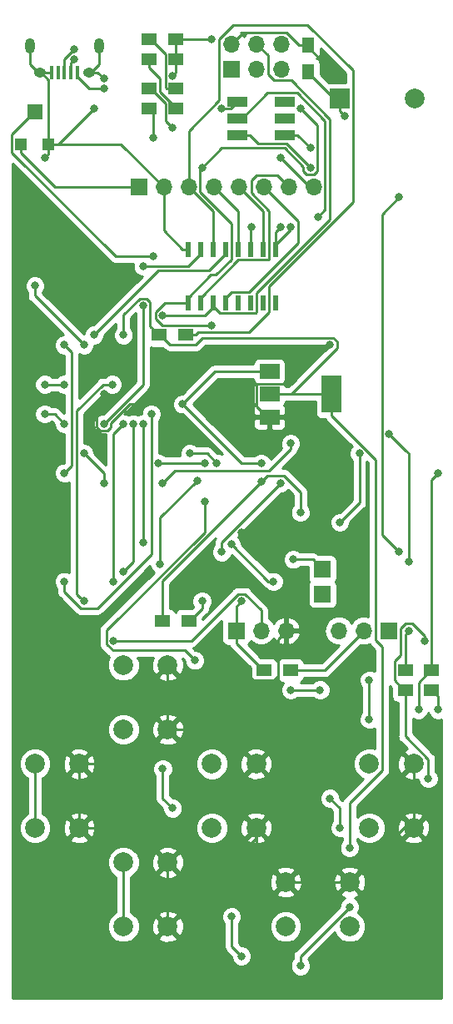
<source format=gbr>
G04 #@! TF.GenerationSoftware,KiCad,Pcbnew,5.0.1*
G04 #@! TF.CreationDate,2018-10-22T16:16:30+01:00*
G04 #@! TF.ProjectId,quiz-sch,7175697A2D7363682E6B696361645F70,rev?*
G04 #@! TF.SameCoordinates,Original*
G04 #@! TF.FileFunction,Copper,L1,Top,Signal*
G04 #@! TF.FilePolarity,Positive*
%FSLAX46Y46*%
G04 Gerber Fmt 4.6, Leading zero omitted, Abs format (unit mm)*
G04 Created by KiCad (PCBNEW 5.0.1) date Mon 22 Oct 2018 16:16:30 BST*
%MOMM*%
%LPD*%
G01*
G04 APERTURE LIST*
G04 #@! TA.AperFunction,ComponentPad*
%ADD10C,2.000000*%
G04 #@! TD*
G04 #@! TA.AperFunction,ComponentPad*
%ADD11R,2.000000X2.000000*%
G04 #@! TD*
G04 #@! TA.AperFunction,SMDPad,CuDef*
%ADD12R,1.500000X1.300000*%
G04 #@! TD*
G04 #@! TA.AperFunction,SMDPad,CuDef*
%ADD13R,2.000000X1.100000*%
G04 #@! TD*
G04 #@! TA.AperFunction,SMDPad,CuDef*
%ADD14R,0.600000X1.500000*%
G04 #@! TD*
G04 #@! TA.AperFunction,ComponentPad*
%ADD15O,1.000000X1.550000*%
G04 #@! TD*
G04 #@! TA.AperFunction,ComponentPad*
%ADD16O,1.250000X0.950000*%
G04 #@! TD*
G04 #@! TA.AperFunction,SMDPad,CuDef*
%ADD17R,0.400000X1.350000*%
G04 #@! TD*
G04 #@! TA.AperFunction,ComponentPad*
%ADD18O,1.700000X1.700000*%
G04 #@! TD*
G04 #@! TA.AperFunction,ComponentPad*
%ADD19R,1.700000X1.700000*%
G04 #@! TD*
G04 #@! TA.AperFunction,SMDPad,CuDef*
%ADD20R,1.600000X1.500000*%
G04 #@! TD*
G04 #@! TA.AperFunction,SMDPad,CuDef*
%ADD21R,1.200000X1.200000*%
G04 #@! TD*
G04 #@! TA.AperFunction,SMDPad,CuDef*
%ADD22R,2.000000X1.500000*%
G04 #@! TD*
G04 #@! TA.AperFunction,SMDPad,CuDef*
%ADD23R,2.000000X3.800000*%
G04 #@! TD*
G04 #@! TA.AperFunction,SMDPad,CuDef*
%ADD24R,1.300000X1.500000*%
G04 #@! TD*
G04 #@! TA.AperFunction,ViaPad*
%ADD25C,0.800000*%
G04 #@! TD*
G04 #@! TA.AperFunction,Conductor*
%ADD26C,0.250000*%
G04 #@! TD*
G04 #@! TA.AperFunction,Conductor*
%ADD27C,0.254000*%
G04 #@! TD*
G04 APERTURE END LIST*
D10*
G04 #@! TO.P,BZ1,2*
G04 #@! TO.N,Net-(BZ1-Pad2)*
X91600000Y-58000000D03*
D11*
G04 #@! TO.P,BZ1,1*
G04 #@! TO.N,Net-(BZ1-Pad1)*
X84000000Y-58000000D03*
G04 #@! TD*
D12*
G04 #@! TO.P,D1,1*
G04 #@! TO.N,Net-(D1-Pad1)*
X90650000Y-116000000D03*
G04 #@! TO.P,D1,2*
G04 #@! TO.N,VBUS*
X93350000Y-116000000D03*
G04 #@! TD*
G04 #@! TO.P,D2,2*
G04 #@! TO.N,Net-(D2-Pad2)*
X93350000Y-118000000D03*
G04 #@! TO.P,D2,1*
G04 #@! TO.N,GND*
X90650000Y-118000000D03*
G04 #@! TD*
D13*
G04 #@! TO.P,D4,6*
G04 #@! TO.N,N/C*
X78400000Y-58300000D03*
G04 #@! TO.P,D4,5*
X78400000Y-60000000D03*
G04 #@! TO.P,D4,4*
G04 #@! TO.N,Net-(D4-Pad4)*
X78400000Y-61700000D03*
G04 #@! TO.P,D4,3*
G04 #@! TO.N,Net-(D4-Pad3)*
X73600000Y-61700000D03*
G04 #@! TO.P,D4,2*
G04 #@! TO.N,Net-(D4-Pad2)*
X73600000Y-60000000D03*
G04 #@! TO.P,D4,1*
G04 #@! TO.N,GND*
X73600000Y-58300000D03*
G04 #@! TD*
D12*
G04 #@! TO.P,D5,1*
G04 #@! TO.N,Net-(D5-Pad1)*
X64650000Y-52000000D03*
G04 #@! TO.P,D5,2*
G04 #@! TO.N,VBUS*
X67350000Y-52000000D03*
G04 #@! TD*
G04 #@! TO.P,D6,2*
G04 #@! TO.N,VBUS*
X67350000Y-54000000D03*
G04 #@! TO.P,D6,1*
G04 #@! TO.N,Net-(D6-Pad1)*
X64650000Y-54000000D03*
G04 #@! TD*
D14*
G04 #@! TO.P,IC1,16*
G04 #@! TO.N,Net-(IC1-Pad16)*
X77445000Y-78700000D03*
G04 #@! TO.P,IC1,15*
G04 #@! TO.N,Net-(IC1-Pad15)*
X76175000Y-78700000D03*
G04 #@! TO.P,IC1,14*
G04 #@! TO.N,Net-(IC1-Pad14)*
X74905000Y-78700000D03*
G04 #@! TO.P,IC1,13*
G04 #@! TO.N,Net-(IC1-Pad13)*
X73635000Y-78700000D03*
G04 #@! TO.P,IC1,12*
G04 #@! TO.N,Net-(IC1-Pad12)*
X72365000Y-78700000D03*
G04 #@! TO.P,IC1,11*
G04 #@! TO.N,/MOSI*
X71095000Y-78700000D03*
G04 #@! TO.P,IC1,10*
G04 #@! TO.N,Net-(IC1-Pad10)*
X69825000Y-78700000D03*
G04 #@! TO.P,IC1,9*
G04 #@! TO.N,/SCK*
X68555000Y-78700000D03*
G04 #@! TO.P,IC1,8*
G04 #@! TO.N,GND*
X68555000Y-73300000D03*
G04 #@! TO.P,IC1,7*
G04 #@! TO.N,Net-(IC1-Pad7)*
X69825000Y-73300000D03*
G04 #@! TO.P,IC1,6*
G04 #@! TO.N,Net-(IC1-Pad6)*
X71095000Y-73300000D03*
G04 #@! TO.P,IC1,5*
G04 #@! TO.N,Net-(IC1-Pad5)*
X72365000Y-73300000D03*
G04 #@! TO.P,IC1,4*
G04 #@! TO.N,Net-(IC1-Pad4)*
X73635000Y-73300000D03*
G04 #@! TO.P,IC1,3*
G04 #@! TO.N,Net-(IC1-Pad3)*
X74905000Y-73300000D03*
G04 #@! TO.P,IC1,2*
G04 #@! TO.N,Net-(IC1-Pad2)*
X76175000Y-73300000D03*
G04 #@! TO.P,IC1,1*
G04 #@! TO.N,+3V3*
X77445000Y-73300000D03*
G04 #@! TD*
D15*
G04 #@! TO.P,J1,6*
G04 #@! TO.N,GND*
X52500000Y-52650000D03*
X59500000Y-52650000D03*
D16*
X53500000Y-55350000D03*
X58500000Y-55350000D03*
D17*
G04 #@! TO.P,J1,5*
X54700000Y-55350000D03*
G04 #@! TO.P,J1,4*
G04 #@! TO.N,Net-(J1-Pad4)*
X55350000Y-55350000D03*
G04 #@! TO.P,J1,3*
G04 #@! TO.N,Net-(J1-Pad3)*
X56000000Y-55350000D03*
G04 #@! TO.P,J1,2*
G04 #@! TO.N,Net-(J1-Pad2)*
X56650000Y-55350000D03*
G04 #@! TO.P,J1,1*
G04 #@! TO.N,Net-(J1-Pad1)*
X57300000Y-55350000D03*
G04 #@! TD*
D18*
G04 #@! TO.P,J2,6*
G04 #@! TO.N,GND*
X78080000Y-52460000D03*
G04 #@! TO.P,J2,5*
G04 #@! TO.N,/RESET*
X78080000Y-55000000D03*
G04 #@! TO.P,J2,4*
G04 #@! TO.N,/MOSI*
X75540000Y-52460000D03*
G04 #@! TO.P,J2,3*
G04 #@! TO.N,/SCK*
X75540000Y-55000000D03*
G04 #@! TO.P,J2,2*
G04 #@! TO.N,+5V*
X73000000Y-52460000D03*
D19*
G04 #@! TO.P,J2,1*
G04 #@! TO.N,/MISO*
X73000000Y-55000000D03*
G04 #@! TD*
D12*
G04 #@! TO.P,R3,1*
G04 #@! TO.N,+BATT*
X65950000Y-111000000D03*
G04 #@! TO.P,R3,2*
G04 #@! TO.N,Net-(R3-Pad2)*
X68650000Y-111000000D03*
G04 #@! TD*
G04 #@! TO.P,R12,2*
G04 #@! TO.N,GND*
X76300000Y-116000000D03*
G04 #@! TO.P,R12,1*
G04 #@! TO.N,Net-(Q2-Pad1)*
X79000000Y-116000000D03*
G04 #@! TD*
G04 #@! TO.P,R20,2*
G04 #@! TO.N,Net-(D5-Pad1)*
X67350000Y-57000000D03*
G04 #@! TO.P,R20,1*
G04 #@! TO.N,Net-(R20-Pad1)*
X64650000Y-57000000D03*
G04 #@! TD*
G04 #@! TO.P,R21,1*
G04 #@! TO.N,Net-(R21-Pad1)*
X64650000Y-59000000D03*
G04 #@! TO.P,R21,2*
G04 #@! TO.N,Net-(D6-Pad1)*
X67350000Y-59000000D03*
G04 #@! TD*
G04 #@! TO.P,R23,1*
G04 #@! TO.N,+3V3*
X65650000Y-82000000D03*
G04 #@! TO.P,R23,2*
G04 #@! TO.N,Net-(IC1-Pad6)*
X68350000Y-82000000D03*
G04 #@! TD*
D20*
G04 #@! TO.P,RV1,2*
G04 #@! TO.N,Net-(RV1-Pad2)*
X53000000Y-59380000D03*
D21*
G04 #@! TO.P,RV1,3*
G04 #@! TO.N,GND*
X54400000Y-62620000D03*
G04 #@! TO.P,RV1,1*
G04 #@! TO.N,+3V3*
X51600000Y-62620000D03*
G04 #@! TD*
D19*
G04 #@! TO.P,SW1,1*
G04 #@! TO.N,Net-(R7-Pad1)*
X89000000Y-112000000D03*
D18*
G04 #@! TO.P,SW1,2*
G04 #@! TO.N,Net-(Q2-Pad1)*
X86460000Y-112000000D03*
G04 #@! TO.P,SW1,3*
G04 #@! TO.N,Net-(SW1-Pad3)*
X83920000Y-112000000D03*
G04 #@! TD*
G04 #@! TO.P,SW2,3*
G04 #@! TO.N,+5V*
X78540000Y-112000000D03*
G04 #@! TO.P,SW2,2*
G04 #@! TO.N,Net-(SW2-Pad2)*
X76000000Y-112000000D03*
D19*
G04 #@! TO.P,SW2,1*
G04 #@! TO.N,GND*
X73460000Y-112000000D03*
G04 #@! TD*
D10*
G04 #@! TO.P,SW3,2*
G04 #@! TO.N,+5V*
X66500000Y-122000000D03*
G04 #@! TO.P,SW3,1*
G04 #@! TO.N,Net-(R13-Pad1)*
X62000000Y-122000000D03*
G04 #@! TO.P,SW3,2*
G04 #@! TO.N,+5V*
X66500000Y-115500000D03*
G04 #@! TO.P,SW3,1*
G04 #@! TO.N,Net-(R13-Pad1)*
X62000000Y-115500000D03*
G04 #@! TD*
G04 #@! TO.P,SW4,1*
G04 #@! TO.N,Net-(R14-Pad1)*
X62000000Y-135500000D03*
G04 #@! TO.P,SW4,2*
G04 #@! TO.N,+5V*
X66500000Y-135500000D03*
G04 #@! TO.P,SW4,1*
G04 #@! TO.N,Net-(R14-Pad1)*
X62000000Y-142000000D03*
G04 #@! TO.P,SW4,2*
G04 #@! TO.N,+5V*
X66500000Y-142000000D03*
G04 #@! TD*
G04 #@! TO.P,SW5,1*
G04 #@! TO.N,Net-(R15-Pad1)*
X53000000Y-125500000D03*
G04 #@! TO.P,SW5,2*
G04 #@! TO.N,+5V*
X57500000Y-125500000D03*
G04 #@! TO.P,SW5,1*
G04 #@! TO.N,Net-(R15-Pad1)*
X53000000Y-132000000D03*
G04 #@! TO.P,SW5,2*
G04 #@! TO.N,+5V*
X57500000Y-132000000D03*
G04 #@! TD*
G04 #@! TO.P,SW6,2*
G04 #@! TO.N,+5V*
X75500000Y-132000000D03*
G04 #@! TO.P,SW6,1*
G04 #@! TO.N,Net-(R16-Pad1)*
X71000000Y-132000000D03*
G04 #@! TO.P,SW6,2*
G04 #@! TO.N,+5V*
X75500000Y-125500000D03*
G04 #@! TO.P,SW6,1*
G04 #@! TO.N,Net-(R16-Pad1)*
X71000000Y-125500000D03*
G04 #@! TD*
G04 #@! TO.P,SW7,2*
G04 #@! TO.N,+5V*
X91500000Y-132000000D03*
G04 #@! TO.P,SW7,1*
G04 #@! TO.N,Net-(R17-Pad1)*
X87000000Y-132000000D03*
G04 #@! TO.P,SW7,2*
G04 #@! TO.N,+5V*
X91500000Y-125500000D03*
G04 #@! TO.P,SW7,1*
G04 #@! TO.N,Net-(R17-Pad1)*
X87000000Y-125500000D03*
G04 #@! TD*
G04 #@! TO.P,SW8,1*
G04 #@! TO.N,Net-(R18-Pad1)*
X78500000Y-142000000D03*
G04 #@! TO.P,SW8,2*
G04 #@! TO.N,+5V*
X78500000Y-137500000D03*
G04 #@! TO.P,SW8,1*
G04 #@! TO.N,Net-(R18-Pad1)*
X85000000Y-142000000D03*
G04 #@! TO.P,SW8,2*
G04 #@! TO.N,+5V*
X85000000Y-137500000D03*
G04 #@! TD*
D22*
G04 #@! TO.P,U4,1*
G04 #@! TO.N,GND*
X76850000Y-85700000D03*
G04 #@! TO.P,U4,3*
G04 #@! TO.N,+5V*
X76850000Y-90300000D03*
G04 #@! TO.P,U4,2*
G04 #@! TO.N,+3V3*
X76850000Y-88000000D03*
D23*
X83150000Y-88000000D03*
G04 #@! TD*
D18*
G04 #@! TO.P,U7,8*
G04 #@! TO.N,Net-(RV1-Pad2)*
X81330000Y-66950000D03*
G04 #@! TO.P,U7,7*
G04 #@! TO.N,Net-(IC1-Pad10)*
X78790000Y-66950000D03*
G04 #@! TO.P,U7,6*
G04 #@! TO.N,Net-(IC1-Pad12)*
X76250000Y-66950000D03*
G04 #@! TO.P,U7,5*
G04 #@! TO.N,Net-(IC1-Pad2)*
X73710000Y-66950000D03*
G04 #@! TO.P,U7,4*
G04 #@! TO.N,Net-(IC1-Pad4)*
X71170000Y-66950000D03*
G04 #@! TO.P,U7,3*
G04 #@! TO.N,Net-(IC1-Pad6)*
X68630000Y-66950000D03*
G04 #@! TO.P,U7,2*
G04 #@! TO.N,GND*
X66090000Y-66950000D03*
D19*
G04 #@! TO.P,U7,1*
G04 #@! TO.N,+3V3*
X63550000Y-66950000D03*
G04 #@! TD*
G04 #@! TO.P,TP1,1*
G04 #@! TO.N,/SCL*
X82250000Y-108250000D03*
G04 #@! TD*
G04 #@! TO.P,TP2,1*
G04 #@! TO.N,/SDA*
X82250000Y-105750000D03*
G04 #@! TD*
D24*
G04 #@! TO.P,R24,2*
G04 #@! TO.N,+5V*
X80750000Y-52550000D03*
G04 #@! TO.P,R24,1*
G04 #@! TO.N,Net-(BZ1-Pad1)*
X80750000Y-55250000D03*
G04 #@! TD*
D25*
G04 #@! TO.N,GND*
X59000000Y-59000000D03*
X84000000Y-132000000D03*
X83000000Y-129000000D03*
X93000000Y-127000000D03*
X74000000Y-109000000D03*
X68000000Y-89000000D03*
X54000000Y-90000000D03*
X56000000Y-91000000D03*
X72000000Y-59000000D03*
X60000000Y-56000000D03*
X76000000Y-95000000D03*
X92625000Y-113000000D03*
X64849998Y-90000000D03*
X56000000Y-107000000D03*
X54000000Y-64000000D03*
X73000000Y-141000000D03*
X74000000Y-145000000D03*
G04 #@! TO.N,+BATT*
X76000000Y-96874998D03*
X80000000Y-100000000D03*
X84000000Y-101000000D03*
X85987347Y-94012653D03*
X87000000Y-121000000D03*
X87000000Y-117000000D03*
G04 #@! TO.N,+5V*
X62000000Y-133000000D03*
X60000000Y-88000000D03*
X64000000Y-89000000D03*
X76000000Y-93000000D03*
X74012653Y-102012653D03*
X83000000Y-83000000D03*
X70000000Y-89000000D03*
X73000000Y-114750000D03*
X83000000Y-55000000D03*
G04 #@! TO.N,VBUS*
X67000000Y-55749998D03*
X94000000Y-96000000D03*
X85000000Y-140000000D03*
X80000000Y-146000000D03*
X92000000Y-120000000D03*
X71000000Y-52000000D03*
G04 #@! TO.N,Net-(C4-Pad1)*
X58000000Y-83000000D03*
X53000000Y-77000000D03*
G04 #@! TO.N,Net-(C5-Pad1)*
X54000000Y-87000000D03*
X56000000Y-87000000D03*
G04 #@! TO.N,Net-(D1-Pad1)*
X91000000Y-112000000D03*
G04 #@! TO.N,Net-(D2-Pad2)*
X94000000Y-120000000D03*
G04 #@! TO.N,Net-(D4-Pad4)*
X81000000Y-63000000D03*
G04 #@! TO.N,Net-(D4-Pad3)*
X81000000Y-65000000D03*
G04 #@! TO.N,Net-(D4-Pad2)*
X81780001Y-70000000D03*
G04 #@! TO.N,Net-(J1-Pad3)*
X57000000Y-53000000D03*
G04 #@! TO.N,Net-(J1-Pad2)*
X57000000Y-54025306D03*
G04 #@! TO.N,Net-(J1-Pad1)*
X60000000Y-57000000D03*
G04 #@! TO.N,/RESET*
X79000000Y-93000000D03*
X66000000Y-97000000D03*
G04 #@! TO.N,/MOSI*
X66000000Y-80000000D03*
G04 #@! TO.N,/SCK*
X71000000Y-81000000D03*
X70000000Y-65000000D03*
X80000000Y-59000000D03*
G04 #@! TO.N,Net-(Q2-Pad1)*
X90000000Y-104000000D03*
X90000000Y-68000000D03*
G04 #@! TO.N,Net-(R2-Pad2)*
X91000000Y-105000000D03*
X89000000Y-92000000D03*
G04 #@! TO.N,Net-(R3-Pad2)*
X70000000Y-109000000D03*
X78000000Y-97000000D03*
X72000000Y-104000000D03*
G04 #@! TO.N,/BUZZ*
X60000000Y-97000000D03*
X58000000Y-94000000D03*
G04 #@! TO.N,Net-(R7-Pad1)*
X79000000Y-118000000D03*
X82000000Y-118000000D03*
G04 #@! TO.N,Net-(R17-Pad1)*
X67000000Y-130000000D03*
X66000000Y-126000000D03*
G04 #@! TO.N,/TX*
X56000000Y-83000000D03*
X56000000Y-96000000D03*
G04 #@! TO.N,Net-(R20-Pad1)*
X67000000Y-61000000D03*
G04 #@! TO.N,Net-(R21-Pad1)*
X65000000Y-62000000D03*
G04 #@! TO.N,Net-(RV1-Pad2)*
X65000000Y-74000000D03*
X78000000Y-64000000D03*
G04 #@! TO.N,Net-(SW2-Pad2)*
X61000000Y-113000000D03*
G04 #@! TO.N,/BTN_IN*
X60875000Y-87000000D03*
X58000000Y-109000000D03*
G04 #@! TO.N,/S2*
X64000000Y-91000000D03*
X64000000Y-103000000D03*
G04 #@! TO.N,/S1*
X63000000Y-91000000D03*
X62000000Y-106000000D03*
G04 #@! TO.N,/S0*
X62000000Y-91000000D03*
X61000000Y-107000000D03*
G04 #@! TO.N,+3V3*
X79000000Y-71000000D03*
X85000000Y-134000000D03*
X78000000Y-71000000D03*
X62000000Y-82000000D03*
G04 #@! TO.N,Net-(IC1-Pad7)*
X64000000Y-75000000D03*
G04 #@! TO.N,Net-(IC1-Pad5)*
X59000000Y-82000000D03*
G04 #@! TO.N,Net-(IC1-Pad3)*
X75000000Y-71000000D03*
X64000000Y-79000000D03*
X60000000Y-91000000D03*
G04 #@! TO.N,/SCL*
X68750000Y-94000000D03*
X71500000Y-95000000D03*
X70250000Y-98875000D03*
X69250000Y-115000000D03*
G04 #@! TO.N,/SDA*
X65750000Y-105250000D03*
X69500000Y-96750000D03*
X70250000Y-95000000D03*
X65574998Y-95000000D03*
X73000000Y-103250000D03*
X77250000Y-107000000D03*
X79250000Y-104750000D03*
G04 #@! TO.N,Net-(BZ1-Pad1)*
X84500000Y-59750000D03*
G04 #@! TD*
D26*
G04 #@! TO.N,GND*
X53350000Y-55350000D02*
X53500000Y-55350000D01*
X52500000Y-54500000D02*
X53350000Y-55350000D01*
X52500000Y-52650000D02*
X52500000Y-54500000D01*
X58650000Y-55350000D02*
X58500000Y-55350000D01*
X59500000Y-54500000D02*
X58650000Y-55350000D01*
X59500000Y-52650000D02*
X59500000Y-54500000D01*
X53500000Y-55350000D02*
X54700000Y-55350000D01*
X54400000Y-56100000D02*
X54400000Y-61770000D01*
X53650000Y-55350000D02*
X54400000Y-56100000D01*
X54400000Y-61770000D02*
X54400000Y-62620000D01*
X53500000Y-55350000D02*
X53650000Y-55350000D01*
X55380000Y-62620000D02*
X54400000Y-62620000D01*
X59000000Y-59000000D02*
X55380000Y-62620000D01*
X66090000Y-68152081D02*
X66090000Y-66950000D01*
X66090000Y-71385000D02*
X66090000Y-68152081D01*
X68005000Y-73300000D02*
X66090000Y-71385000D01*
X68555000Y-73300000D02*
X68005000Y-73300000D01*
X61760000Y-62620000D02*
X66090000Y-66950000D01*
X54400000Y-62620000D02*
X61760000Y-62620000D01*
X84000000Y-132000000D02*
X84000000Y-130000000D01*
X84000000Y-130000000D02*
X83000000Y-129000000D01*
X93000000Y-125038998D02*
X93000000Y-127000000D01*
X90650000Y-118000000D02*
X90650000Y-122688998D01*
X90650000Y-122688998D02*
X93000000Y-125038998D01*
X73460000Y-113100000D02*
X73460000Y-112000000D01*
X73460000Y-113260000D02*
X73460000Y-113100000D01*
X76200000Y-116000000D02*
X73460000Y-113260000D01*
X76300000Y-116000000D02*
X76200000Y-116000000D01*
X73460000Y-112000000D02*
X73460000Y-109540000D01*
X73460000Y-109540000D02*
X74000000Y-109000000D01*
X71300000Y-85700000D02*
X76850000Y-85700000D01*
X68000000Y-89000000D02*
X71300000Y-85700000D01*
X54000000Y-90000000D02*
X55000000Y-90000000D01*
X55000000Y-90000000D02*
X56000000Y-91000000D01*
X72900000Y-59000000D02*
X73600000Y-58300000D01*
X72000000Y-59000000D02*
X72900000Y-59000000D01*
X58500000Y-55350000D02*
X59350000Y-55350000D01*
X59350000Y-55350000D02*
X60000000Y-56000000D01*
X76000000Y-95000000D02*
X74000000Y-95000000D01*
X74000000Y-95000000D02*
X68000000Y-89000000D01*
X91348001Y-111274999D02*
X92625000Y-112551998D01*
X90651999Y-111274999D02*
X91348001Y-111274999D01*
X90650000Y-118000000D02*
X90550000Y-118000000D01*
X90550000Y-118000000D02*
X89574999Y-117024999D01*
X89574999Y-117024999D02*
X89574999Y-115089999D01*
X90199990Y-114465008D02*
X90199990Y-111727008D01*
X89574999Y-115089999D02*
X90199990Y-114465008D01*
X92625000Y-112551998D02*
X92625000Y-113000000D01*
X90199990Y-111727008D02*
X90651999Y-111274999D01*
X56000000Y-108073002D02*
X56000000Y-107000000D01*
X57651999Y-109725001D02*
X56000000Y-108073002D01*
X59348001Y-109725001D02*
X57651999Y-109725001D01*
X64849998Y-90000000D02*
X64849998Y-104223004D01*
X64849998Y-104223004D02*
X59348001Y-109725001D01*
X54400000Y-62620000D02*
X54400000Y-63600000D01*
X54400000Y-63600000D02*
X54000000Y-64000000D01*
X73000000Y-141000000D02*
X73000000Y-144000000D01*
X73000000Y-144000000D02*
X74000000Y-145000000D01*
G04 #@! TO.N,+BATT*
X80000000Y-97926998D02*
X80000000Y-100000000D01*
X78348001Y-96274999D02*
X80000000Y-97926998D01*
X76000000Y-96874998D02*
X76599999Y-96274999D01*
X76599999Y-96274999D02*
X78348001Y-96274999D01*
X65950000Y-106924998D02*
X76000000Y-96874998D01*
X65950000Y-111000000D02*
X65950000Y-106924998D01*
X84000000Y-101000000D02*
X85987347Y-99012653D01*
X85987347Y-99012653D02*
X85987347Y-94012653D01*
X87000000Y-121000000D02*
X87000000Y-117000000D01*
G04 #@! TO.N,+5V*
X61000000Y-132000000D02*
X57500000Y-132000000D01*
X62000000Y-133000000D02*
X61000000Y-132000000D01*
X66500000Y-142000000D02*
X66500000Y-135500000D01*
X75500000Y-133000000D02*
X75500000Y-132000000D01*
X66500000Y-142000000D02*
X75500000Y-133000000D01*
X57500000Y-132000000D02*
X57500000Y-125500000D01*
X63000000Y-125500000D02*
X66500000Y-122000000D01*
X57500000Y-125500000D02*
X63000000Y-125500000D01*
X72000000Y-122000000D02*
X75500000Y-125500000D01*
X66500000Y-122000000D02*
X72000000Y-122000000D01*
X66500000Y-116914213D02*
X66500000Y-122000000D01*
X66500000Y-115500000D02*
X66500000Y-116914213D01*
X75500000Y-134500000D02*
X78500000Y-137500000D01*
X75500000Y-132000000D02*
X75500000Y-134500000D01*
X79914213Y-137500000D02*
X85000000Y-137500000D01*
X78500000Y-137500000D02*
X79914213Y-137500000D01*
X90500000Y-132000000D02*
X91500000Y-132000000D01*
X85000000Y-137500000D02*
X90500000Y-132000000D01*
X91500000Y-132000000D02*
X91500000Y-125500000D01*
X76499999Y-124500001D02*
X75500000Y-125500000D01*
X77690001Y-123309999D02*
X76499999Y-124500001D01*
X77690001Y-112849999D02*
X77690001Y-123309999D01*
X62636410Y-89000000D02*
X64000000Y-89000000D01*
X60725001Y-90911409D02*
X62636410Y-89000000D01*
X59274999Y-88725001D02*
X59274999Y-91348001D01*
X60000000Y-88000000D02*
X59274999Y-88725001D01*
X59274999Y-91348001D02*
X59651999Y-91725001D01*
X59651999Y-91725001D02*
X60348001Y-91725001D01*
X60348001Y-91725001D02*
X60725001Y-91348001D01*
X60725001Y-91348001D02*
X60725001Y-90911409D01*
X76850000Y-90300000D02*
X76850000Y-92150000D01*
X76850000Y-92150000D02*
X76000000Y-93000000D01*
X78540000Y-106540000D02*
X78540000Y-112000000D01*
X74012653Y-102012653D02*
X78540000Y-106540000D01*
X76600000Y-90300000D02*
X76850000Y-90300000D01*
X75524999Y-86989999D02*
X75524999Y-89224999D01*
X75589999Y-86924999D02*
X75524999Y-86989999D01*
X79075001Y-86924999D02*
X75589999Y-86924999D01*
X75524999Y-89224999D02*
X76600000Y-90300000D01*
X83000000Y-83000000D02*
X79075001Y-86924999D01*
X71300000Y-90300000D02*
X76850000Y-90300000D01*
X70000000Y-89000000D02*
X71300000Y-90300000D01*
X77690001Y-116595001D02*
X77690001Y-112849999D01*
X77310001Y-116975001D02*
X77690001Y-116595001D01*
X75225001Y-116975001D02*
X77310001Y-116975001D01*
X77690001Y-112849999D02*
X78540000Y-112000000D01*
X73000000Y-114750000D02*
X75225001Y-116975001D01*
X73849999Y-51610001D02*
X73000000Y-52460000D01*
X74175001Y-51284999D02*
X73849999Y-51610001D01*
X78584999Y-51284999D02*
X74175001Y-51284999D01*
X79850000Y-52550000D02*
X78584999Y-51284999D01*
X80750000Y-52550000D02*
X79850000Y-52550000D01*
X80750000Y-52750000D02*
X80750000Y-52550000D01*
X83000000Y-55000000D02*
X80750000Y-52750000D01*
G04 #@! TO.N,VBUS*
X67350000Y-54000000D02*
X67350000Y-55399998D01*
X67350000Y-55399998D02*
X67000000Y-55749998D01*
X67350000Y-54000000D02*
X67350000Y-52000000D01*
X93350000Y-116000000D02*
X93350000Y-96650000D01*
X93350000Y-96650000D02*
X94000000Y-96000000D01*
X85000000Y-140000000D02*
X80000000Y-145000000D01*
X80000000Y-145000000D02*
X80000000Y-146000000D01*
X93250000Y-116000000D02*
X93350000Y-116000000D01*
X92000000Y-117250000D02*
X93250000Y-116000000D01*
X92000000Y-120000000D02*
X92000000Y-117250000D01*
X71000000Y-52000000D02*
X67350000Y-52000000D01*
G04 #@! TO.N,Net-(C4-Pad1)*
X58000000Y-83000000D02*
X53000000Y-78000000D01*
X53000000Y-78000000D02*
X53000000Y-77000000D01*
G04 #@! TO.N,Net-(C5-Pad1)*
X54000000Y-87000000D02*
X56000000Y-87000000D01*
G04 #@! TO.N,Net-(D1-Pad1)*
X90650000Y-116000000D02*
X90650000Y-112350000D01*
X90650000Y-112350000D02*
X91000000Y-112000000D01*
G04 #@! TO.N,Net-(D2-Pad2)*
X94000000Y-118650000D02*
X93350000Y-118000000D01*
X94000000Y-120000000D02*
X94000000Y-118650000D01*
G04 #@! TO.N,Net-(D4-Pad4)*
X78400000Y-61700000D02*
X79700000Y-61700000D01*
X79700000Y-61700000D02*
X81000000Y-63000000D01*
G04 #@! TO.N,Net-(D4-Pad3)*
X78575001Y-62575001D02*
X81000000Y-65000000D01*
X75725001Y-62575001D02*
X78575001Y-62575001D01*
X73600000Y-61700000D02*
X74850000Y-61700000D01*
X74850000Y-61700000D02*
X75725001Y-62575001D01*
G04 #@! TO.N,Net-(D4-Pad2)*
X74050000Y-60000000D02*
X73600000Y-60000000D01*
X76625001Y-57424999D02*
X74050000Y-60000000D01*
X79660001Y-57424999D02*
X76625001Y-57424999D01*
X82505001Y-60269999D02*
X79660001Y-57424999D01*
X82505001Y-69275000D02*
X82505001Y-60269999D01*
X81780001Y-70000000D02*
X82505001Y-69275000D01*
G04 #@! TO.N,Net-(D5-Pad1)*
X66274999Y-56924999D02*
X66350000Y-57000000D01*
X66350000Y-57000000D02*
X67350000Y-57000000D01*
X66274999Y-53524999D02*
X66274999Y-56924999D01*
X64750000Y-52000000D02*
X66274999Y-53524999D01*
X64650000Y-52000000D02*
X64750000Y-52000000D01*
G04 #@! TO.N,Net-(D6-Pad1)*
X67350000Y-58963590D02*
X67350000Y-59000000D01*
X65725001Y-57338591D02*
X67350000Y-58963590D01*
X65725001Y-55975001D02*
X65725001Y-57338591D01*
X64650000Y-54900000D02*
X65725001Y-55975001D01*
X64650000Y-54000000D02*
X64650000Y-54900000D01*
G04 #@! TO.N,Net-(J1-Pad3)*
X56000000Y-55350000D02*
X56000000Y-54000000D01*
X56000000Y-54000000D02*
X57000000Y-53000000D01*
G04 #@! TO.N,Net-(J1-Pad2)*
X56650000Y-55350000D02*
X56650000Y-54375306D01*
X56650000Y-54375306D02*
X57000000Y-54025306D01*
G04 #@! TO.N,Net-(J1-Pad1)*
X58475000Y-57000000D02*
X60000000Y-57000000D01*
X57300000Y-55350000D02*
X57300000Y-55825000D01*
X57300000Y-55825000D02*
X58475000Y-57000000D01*
G04 #@! TO.N,/RESET*
X67274999Y-95725001D02*
X66000000Y-97000000D01*
X76840684Y-95725001D02*
X67274999Y-95725001D01*
X79000000Y-93000000D02*
X79000000Y-93565685D01*
X79000000Y-93565685D02*
X76840684Y-95725001D01*
G04 #@! TO.N,/MOSI*
X70160002Y-80000000D02*
X66000000Y-80000000D01*
X70245000Y-80000000D02*
X70160002Y-80000000D01*
X71095000Y-78700000D02*
X71095000Y-79150000D01*
X71095000Y-79150000D02*
X70245000Y-80000000D01*
X82955010Y-60083598D02*
X79046413Y-56175001D01*
X82955010Y-70264990D02*
X82955010Y-60083598D01*
X75530001Y-77689999D02*
X82955010Y-70264990D01*
X75530001Y-79710001D02*
X75530001Y-77689999D01*
X75465001Y-79775001D02*
X75530001Y-79710001D01*
X71804999Y-79775001D02*
X75465001Y-79775001D01*
X71095000Y-79065002D02*
X71804999Y-79775001D01*
X71095000Y-78700000D02*
X71095000Y-79065002D01*
X79046413Y-56175001D02*
X77326001Y-56175001D01*
X77326001Y-56175001D02*
X76715001Y-55564001D01*
X76715001Y-53635001D02*
X75540000Y-52460000D01*
X76715001Y-55564001D02*
X76715001Y-53635001D01*
G04 #@! TO.N,/SCK*
X65926998Y-81000000D02*
X71000000Y-81000000D01*
X65274999Y-80348001D02*
X65926998Y-81000000D01*
X65274999Y-79651999D02*
X65274999Y-80348001D01*
X68555000Y-78700000D02*
X66226998Y-78700000D01*
X66226998Y-78700000D02*
X65274999Y-79651999D01*
X69805001Y-67488591D02*
X69805001Y-65194999D01*
X68555000Y-78250000D02*
X70904980Y-75900020D01*
X68555000Y-78700000D02*
X68555000Y-78250000D01*
X70904980Y-75900020D02*
X71399982Y-75900020D01*
X71399982Y-75900020D02*
X72990001Y-74310001D01*
X69805001Y-65194999D02*
X70000000Y-65000000D01*
X72990001Y-74310001D02*
X72990001Y-70673591D01*
X72990001Y-70673591D02*
X69805001Y-67488591D01*
X81725001Y-65348001D02*
X81725001Y-60725001D01*
X81348001Y-65725001D02*
X81725001Y-65348001D01*
X78388601Y-63025011D02*
X80274999Y-64911409D01*
X71974989Y-63025011D02*
X78388601Y-63025011D01*
X70000000Y-65000000D02*
X71974989Y-63025011D01*
X80274999Y-64911409D02*
X80274999Y-65348001D01*
X80274999Y-65348001D02*
X80651999Y-65725001D01*
X81725001Y-60725001D02*
X80000000Y-59000000D01*
X80651999Y-65725001D02*
X81348001Y-65725001D01*
G04 #@! TO.N,Net-(Q2-Pad1)*
X82460000Y-116000000D02*
X86460000Y-112000000D01*
X79000000Y-116000000D02*
X82460000Y-116000000D01*
X88274999Y-69725001D02*
X90000000Y-68000000D01*
X90000000Y-104000000D02*
X88274999Y-102274999D01*
X88274999Y-102274999D02*
X88274999Y-69725001D01*
G04 #@! TO.N,Net-(R2-Pad2)*
X90725001Y-93725001D02*
X89000000Y-92000000D01*
X91000000Y-105000000D02*
X91000000Y-94000000D01*
X91000000Y-94000000D02*
X90725001Y-93725001D01*
G04 #@! TO.N,Net-(R3-Pad2)*
X70000000Y-109750000D02*
X70000000Y-109000000D01*
X68650000Y-111000000D02*
X68750000Y-111000000D01*
X68750000Y-111000000D02*
X70000000Y-109750000D01*
X78000000Y-97000000D02*
X72000000Y-103000000D01*
X72000000Y-103000000D02*
X72000000Y-104000000D01*
G04 #@! TO.N,/BUZZ*
X60000000Y-97000000D02*
X60000000Y-96000000D01*
X60000000Y-96000000D02*
X58000000Y-94000000D01*
G04 #@! TO.N,Net-(R7-Pad1)*
X79000000Y-118000000D02*
X82000000Y-118000000D01*
G04 #@! TO.N,Net-(R14-Pad1)*
X62000000Y-135500000D02*
X62000000Y-142000000D01*
G04 #@! TO.N,Net-(R15-Pad1)*
X53000000Y-125500000D02*
X53000000Y-132000000D01*
G04 #@! TO.N,Net-(R17-Pad1)*
X67000000Y-130000000D02*
X66000000Y-129000000D01*
X66000000Y-129000000D02*
X66000000Y-126000000D01*
G04 #@! TO.N,/TX*
X56725001Y-95274999D02*
X56000000Y-96000000D01*
X56000000Y-83000000D02*
X56725001Y-83725001D01*
X56725001Y-83725001D02*
X56725001Y-95274999D01*
G04 #@! TO.N,Net-(R20-Pad1)*
X64750000Y-57000000D02*
X64650000Y-57000000D01*
X66274999Y-58524999D02*
X64750000Y-57000000D01*
X66274999Y-60274999D02*
X66274999Y-58524999D01*
X67000000Y-61000000D02*
X66274999Y-60274999D01*
G04 #@! TO.N,Net-(R21-Pad1)*
X65000000Y-59350000D02*
X64650000Y-59000000D01*
X65000000Y-62000000D02*
X65000000Y-59350000D01*
G04 #@! TO.N,Net-(RV1-Pad2)*
X61194998Y-74000000D02*
X65000000Y-74000000D01*
X50674999Y-61655001D02*
X50674999Y-63480001D01*
X50674999Y-63480001D02*
X61194998Y-74000000D01*
X53000000Y-59380000D02*
X52950000Y-59380000D01*
X52950000Y-59380000D02*
X50674999Y-61655001D01*
X80950000Y-66950000D02*
X81330000Y-66950000D01*
X78000000Y-64000000D02*
X80950000Y-66950000D01*
G04 #@! TO.N,Net-(SW2-Pad2)*
X76000000Y-110797919D02*
X76000000Y-112000000D01*
X76000000Y-109926998D02*
X76000000Y-110797919D01*
X68926998Y-113000000D02*
X73651999Y-108274999D01*
X74348001Y-108274999D02*
X76000000Y-109926998D01*
X73651999Y-108274999D02*
X74348001Y-108274999D01*
X61000000Y-113000000D02*
X68926998Y-113000000D01*
G04 #@! TO.N,/BTN_IN*
X57600001Y-108600001D02*
X58000000Y-109000000D01*
X57274999Y-108274999D02*
X57600001Y-108600001D01*
X57274999Y-89651999D02*
X57274999Y-108274999D01*
X59926998Y-87000000D02*
X57274999Y-89651999D01*
X60875000Y-87000000D02*
X59926998Y-87000000D01*
G04 #@! TO.N,/S2*
X64000000Y-91000000D02*
X64000000Y-103000000D01*
G04 #@! TO.N,/S1*
X63000000Y-91000000D02*
X63000000Y-105000000D01*
X63000000Y-105000000D02*
X62000000Y-106000000D01*
G04 #@! TO.N,/S0*
X62000000Y-91000000D02*
X61000000Y-92000000D01*
X61000000Y-92000000D02*
X61000000Y-107000000D01*
G04 #@! TO.N,+3V3*
X79000000Y-71295000D02*
X79000000Y-71000000D01*
X77445000Y-73300000D02*
X77445000Y-72850000D01*
X77445000Y-72850000D02*
X79000000Y-71295000D01*
X76850000Y-88000000D02*
X83150000Y-88000000D01*
X62450000Y-66950000D02*
X63550000Y-66950000D01*
X55080000Y-66950000D02*
X62450000Y-66950000D01*
X51600000Y-63470000D02*
X55080000Y-66950000D01*
X51600000Y-62620000D02*
X51600000Y-63470000D01*
X65750000Y-82000000D02*
X65650000Y-82000000D01*
X66725001Y-82975001D02*
X65750000Y-82000000D01*
X69360001Y-82975001D02*
X66725001Y-82975001D01*
X70060003Y-82274999D02*
X69360001Y-82975001D01*
X83348001Y-82274999D02*
X70060003Y-82274999D01*
X83725001Y-82651999D02*
X83348001Y-82274999D01*
X83725001Y-83348001D02*
X83725001Y-82651999D01*
X79073002Y-88000000D02*
X83725001Y-83348001D01*
X76850000Y-88000000D02*
X79073002Y-88000000D01*
X83150000Y-90150000D02*
X83150000Y-88000000D01*
X87635001Y-94635001D02*
X83150000Y-90150000D01*
X87635001Y-112920003D02*
X87635001Y-94635001D01*
X88325001Y-113610003D02*
X87635001Y-112920003D01*
X88325001Y-126136001D02*
X88325001Y-113610003D01*
X85000000Y-129461002D02*
X88325001Y-126136001D01*
X85000000Y-134000000D02*
X85000000Y-129461002D01*
X77445000Y-73300000D02*
X77445000Y-71555000D01*
X77445000Y-71555000D02*
X78000000Y-71000000D01*
X64725001Y-81075001D02*
X65650000Y-82000000D01*
X64725001Y-78651999D02*
X64725001Y-81075001D01*
X64348001Y-78274999D02*
X64725001Y-78651999D01*
X63651999Y-78274999D02*
X64348001Y-78274999D01*
X62000000Y-79926998D02*
X63651999Y-78274999D01*
X62000000Y-82000000D02*
X62000000Y-79926998D01*
G04 #@! TO.N,Net-(IC1-Pad12)*
X72990001Y-77624999D02*
X72365000Y-78250000D01*
X79725001Y-72655001D02*
X74755003Y-77624999D01*
X72365000Y-78250000D02*
X72365000Y-78700000D01*
X74755003Y-77624999D02*
X72990001Y-77624999D01*
X79725001Y-70425001D02*
X79725001Y-72655001D01*
X76250000Y-66950000D02*
X79725001Y-70425001D01*
G04 #@! TO.N,Net-(IC1-Pad10)*
X69825000Y-78250000D02*
X69825000Y-78700000D01*
X76800001Y-74310001D02*
X76735001Y-74375001D01*
X76735001Y-74375001D02*
X73699999Y-74375001D01*
X75000000Y-66271000D02*
X75000000Y-67603590D01*
X73699999Y-74375001D02*
X69825000Y-78250000D01*
X75496001Y-65774999D02*
X75000000Y-66271000D01*
X75000000Y-67603590D02*
X76800001Y-69403591D01*
X77614999Y-65774999D02*
X75496001Y-65774999D01*
X76800001Y-69403591D02*
X76800001Y-74310001D01*
X78790000Y-66950000D02*
X77614999Y-65774999D01*
G04 #@! TO.N,Net-(IC1-Pad7)*
X68490002Y-75000000D02*
X64000000Y-75000000D01*
X69825000Y-73300000D02*
X69825000Y-73750000D01*
X68575000Y-75000000D02*
X68490002Y-75000000D01*
X69825000Y-73750000D02*
X68575000Y-75000000D01*
G04 #@! TO.N,Net-(IC1-Pad6)*
X71095000Y-69415000D02*
X71095000Y-73300000D01*
X68630000Y-66950000D02*
X71095000Y-69415000D01*
X69350000Y-82000000D02*
X68350000Y-82000000D01*
X69624999Y-81725001D02*
X69350000Y-82000000D01*
X74785001Y-81725001D02*
X69624999Y-81725001D01*
X76800001Y-79710001D02*
X74785001Y-81725001D01*
X76800001Y-77056409D02*
X76800001Y-79710001D01*
X85325001Y-68531409D02*
X76800001Y-77056409D01*
X85325001Y-55139999D02*
X85325001Y-68531409D01*
X68630000Y-66950000D02*
X68630000Y-61296998D01*
X73171007Y-50549991D02*
X80734993Y-50549991D01*
X68630000Y-61296998D02*
X71725001Y-58201997D01*
X71725001Y-58201997D02*
X71725001Y-51995997D01*
X71725001Y-51995997D02*
X73171007Y-50549991D01*
X80734993Y-50549991D02*
X85325001Y-55139999D01*
G04 #@! TO.N,Net-(IC1-Pad5)*
X70664990Y-75450010D02*
X65549990Y-75450010D01*
X65549990Y-75450010D02*
X59000000Y-82000000D01*
X72365000Y-73300000D02*
X72365000Y-73750000D01*
X72365000Y-73750000D02*
X70664990Y-75450010D01*
G04 #@! TO.N,Net-(IC1-Pad4)*
X73635000Y-72300000D02*
X73635000Y-73300000D01*
X73635000Y-69415000D02*
X73635000Y-72300000D01*
X71170000Y-66950000D02*
X73635000Y-69415000D01*
G04 #@! TO.N,Net-(IC1-Pad3)*
X74905000Y-73300000D02*
X74905000Y-71095000D01*
X74905000Y-71095000D02*
X75000000Y-71000000D01*
X64000000Y-79000000D02*
X64000000Y-87000000D01*
X64000000Y-87000000D02*
X60000000Y-91000000D01*
G04 #@! TO.N,Net-(IC1-Pad2)*
X76175000Y-69415000D02*
X76175000Y-73300000D01*
X73710000Y-66950000D02*
X76175000Y-69415000D01*
G04 #@! TO.N,/SCL*
X68750000Y-94000000D02*
X70500000Y-94000000D01*
X70500000Y-94000000D02*
X71500000Y-95000000D01*
X70250000Y-101988588D02*
X60274999Y-111963589D01*
X60274999Y-111963589D02*
X60274999Y-113348001D01*
X70250000Y-98875000D02*
X70250000Y-101988588D01*
X60274999Y-113348001D02*
X60926998Y-114000000D01*
X60926998Y-114000000D02*
X68250000Y-114000000D01*
X68250000Y-114000000D02*
X69250000Y-115000000D01*
G04 #@! TO.N,/SDA*
X65750000Y-105250000D02*
X65750000Y-100500000D01*
X65750000Y-100500000D02*
X69500000Y-96750000D01*
X70250000Y-95000000D02*
X65574998Y-95000000D01*
X73000000Y-103250000D02*
X76750000Y-107000000D01*
X76750000Y-107000000D02*
X77250000Y-107000000D01*
X81250000Y-104750000D02*
X82250000Y-105750000D01*
X79250000Y-104750000D02*
X81250000Y-104750000D01*
G04 #@! TO.N,Net-(BZ1-Pad1)*
X80750000Y-55350000D02*
X83400000Y-58000000D01*
X83400000Y-58000000D02*
X84000000Y-58000000D01*
X80750000Y-55250000D02*
X80750000Y-55350000D01*
X84000000Y-58000000D02*
X84000000Y-59250000D01*
X84000000Y-59250000D02*
X84500000Y-59750000D01*
G04 #@! TD*
D27*
G04 #@! TO.N,+5V*
G36*
X60604669Y-74484473D02*
X60647069Y-74547929D01*
X60898461Y-74715904D01*
X61120146Y-74760000D01*
X61120150Y-74760000D01*
X61194997Y-74774888D01*
X61269844Y-74760000D01*
X62979135Y-74760000D01*
X62965000Y-74794126D01*
X62965000Y-75205874D01*
X63122569Y-75586280D01*
X63413720Y-75877431D01*
X63794126Y-76035000D01*
X63890198Y-76035000D01*
X58960199Y-80965000D01*
X58794126Y-80965000D01*
X58413720Y-81122569D01*
X58122569Y-81413720D01*
X57965000Y-81794126D01*
X57965000Y-81890198D01*
X53769256Y-77694455D01*
X53877431Y-77586280D01*
X54035000Y-77205874D01*
X54035000Y-76794126D01*
X53877431Y-76413720D01*
X53586280Y-76122569D01*
X53205874Y-75965000D01*
X52794126Y-75965000D01*
X52413720Y-76122569D01*
X52122569Y-76413720D01*
X51965000Y-76794126D01*
X51965000Y-77205874D01*
X52122569Y-77586280D01*
X52240000Y-77703711D01*
X52240000Y-77925152D01*
X52225112Y-78000000D01*
X52240000Y-78074847D01*
X52240000Y-78074851D01*
X52284096Y-78296536D01*
X52452071Y-78547929D01*
X52515530Y-78590331D01*
X55890198Y-81965000D01*
X55794126Y-81965000D01*
X55413720Y-82122569D01*
X55122569Y-82413720D01*
X54965000Y-82794126D01*
X54965000Y-83205874D01*
X55122569Y-83586280D01*
X55413720Y-83877431D01*
X55794126Y-84035000D01*
X55960198Y-84035000D01*
X55965001Y-84039803D01*
X55965001Y-85965000D01*
X55794126Y-85965000D01*
X55413720Y-86122569D01*
X55296289Y-86240000D01*
X54703711Y-86240000D01*
X54586280Y-86122569D01*
X54205874Y-85965000D01*
X53794126Y-85965000D01*
X53413720Y-86122569D01*
X53122569Y-86413720D01*
X52965000Y-86794126D01*
X52965000Y-87205874D01*
X53122569Y-87586280D01*
X53413720Y-87877431D01*
X53794126Y-88035000D01*
X54205874Y-88035000D01*
X54586280Y-87877431D01*
X54703711Y-87760000D01*
X55296289Y-87760000D01*
X55413720Y-87877431D01*
X55794126Y-88035000D01*
X55965001Y-88035000D01*
X55965002Y-89890200D01*
X55590331Y-89515530D01*
X55547929Y-89452071D01*
X55296537Y-89284096D01*
X55074852Y-89240000D01*
X55074847Y-89240000D01*
X55000000Y-89225112D01*
X54925153Y-89240000D01*
X54703711Y-89240000D01*
X54586280Y-89122569D01*
X54205874Y-88965000D01*
X53794126Y-88965000D01*
X53413720Y-89122569D01*
X53122569Y-89413720D01*
X52965000Y-89794126D01*
X52965000Y-90205874D01*
X53122569Y-90586280D01*
X53413720Y-90877431D01*
X53794126Y-91035000D01*
X54205874Y-91035000D01*
X54586280Y-90877431D01*
X54694455Y-90769256D01*
X54965000Y-91039802D01*
X54965000Y-91205874D01*
X55122569Y-91586280D01*
X55413720Y-91877431D01*
X55794126Y-92035000D01*
X55965002Y-92035000D01*
X55965002Y-94960196D01*
X55960198Y-94965000D01*
X55794126Y-94965000D01*
X55413720Y-95122569D01*
X55122569Y-95413720D01*
X54965000Y-95794126D01*
X54965000Y-96205874D01*
X55122569Y-96586280D01*
X55413720Y-96877431D01*
X55794126Y-97035000D01*
X56205874Y-97035000D01*
X56514999Y-96906956D01*
X56515000Y-106093044D01*
X56205874Y-105965000D01*
X55794126Y-105965000D01*
X55413720Y-106122569D01*
X55122569Y-106413720D01*
X54965000Y-106794126D01*
X54965000Y-107205874D01*
X55122569Y-107586280D01*
X55240000Y-107703711D01*
X55240000Y-107998155D01*
X55225112Y-108073002D01*
X55240000Y-108147849D01*
X55240000Y-108147853D01*
X55284096Y-108369538D01*
X55452071Y-108620931D01*
X55515530Y-108663333D01*
X57061672Y-110209477D01*
X57104070Y-110272930D01*
X57167523Y-110315328D01*
X57167525Y-110315330D01*
X57219413Y-110350000D01*
X57355462Y-110440905D01*
X57577147Y-110485001D01*
X57577151Y-110485001D01*
X57651998Y-110499889D01*
X57726845Y-110485001D01*
X59273154Y-110485001D01*
X59348001Y-110499889D01*
X59422848Y-110485001D01*
X59422853Y-110485001D01*
X59644538Y-110440905D01*
X59895930Y-110272930D01*
X59938332Y-110209471D01*
X64715000Y-105432804D01*
X64715000Y-105455874D01*
X64872569Y-105836280D01*
X65100038Y-106063749D01*
X59790529Y-111373258D01*
X59727070Y-111415660D01*
X59559095Y-111667053D01*
X59514999Y-111888738D01*
X59514999Y-111888742D01*
X59500111Y-111963589D01*
X59514999Y-112038436D01*
X59515000Y-113273150D01*
X59500111Y-113348001D01*
X59559096Y-113644538D01*
X59668271Y-113807929D01*
X59727071Y-113895930D01*
X59790527Y-113938330D01*
X60336668Y-114484472D01*
X60379069Y-114547929D01*
X60442525Y-114590329D01*
X60571414Y-114676451D01*
X60365000Y-115174778D01*
X60365000Y-115825222D01*
X60613914Y-116426153D01*
X61073847Y-116886086D01*
X61674778Y-117135000D01*
X62325222Y-117135000D01*
X62926153Y-116886086D01*
X63159707Y-116652532D01*
X65527073Y-116652532D01*
X65625736Y-116919387D01*
X66235461Y-117145908D01*
X66885460Y-117121856D01*
X67374264Y-116919387D01*
X67472927Y-116652532D01*
X66500000Y-115679605D01*
X65527073Y-116652532D01*
X63159707Y-116652532D01*
X63386086Y-116426153D01*
X63635000Y-115825222D01*
X63635000Y-115174778D01*
X63463193Y-114760000D01*
X65030732Y-114760000D01*
X64854092Y-115235461D01*
X64878144Y-115885460D01*
X65080613Y-116374264D01*
X65347468Y-116472927D01*
X66320395Y-115500000D01*
X66306253Y-115485858D01*
X66485858Y-115306253D01*
X66500000Y-115320395D01*
X66514143Y-115306253D01*
X66693748Y-115485858D01*
X66679605Y-115500000D01*
X67652532Y-116472927D01*
X67919387Y-116374264D01*
X68145908Y-115764539D01*
X68121856Y-115114540D01*
X68003145Y-114827947D01*
X68215000Y-115039802D01*
X68215000Y-115205874D01*
X68372569Y-115586280D01*
X68663720Y-115877431D01*
X69044126Y-116035000D01*
X69455874Y-116035000D01*
X69836280Y-115877431D01*
X70127431Y-115586280D01*
X70285000Y-115205874D01*
X70285000Y-114794126D01*
X70127431Y-114413720D01*
X69836280Y-114122569D01*
X69455874Y-113965000D01*
X69289802Y-113965000D01*
X69071039Y-113746237D01*
X69223535Y-113715904D01*
X69474927Y-113547929D01*
X69517329Y-113484470D01*
X71990062Y-111011738D01*
X71962560Y-111150000D01*
X71962560Y-112850000D01*
X72011843Y-113097765D01*
X72152191Y-113307809D01*
X72362235Y-113448157D01*
X72610000Y-113497440D01*
X72732341Y-113497440D01*
X72744096Y-113556536D01*
X72912071Y-113807929D01*
X72975530Y-113850331D01*
X74902560Y-115777362D01*
X74902560Y-116650000D01*
X74951843Y-116897765D01*
X75092191Y-117107809D01*
X75302235Y-117248157D01*
X75550000Y-117297440D01*
X77050000Y-117297440D01*
X77297765Y-117248157D01*
X77507809Y-117107809D01*
X77648157Y-116897765D01*
X77650000Y-116888500D01*
X77651843Y-116897765D01*
X77792191Y-117107809D01*
X78002235Y-117248157D01*
X78240699Y-117295590D01*
X78122569Y-117413720D01*
X77965000Y-117794126D01*
X77965000Y-118205874D01*
X78122569Y-118586280D01*
X78413720Y-118877431D01*
X78794126Y-119035000D01*
X79205874Y-119035000D01*
X79586280Y-118877431D01*
X79703711Y-118760000D01*
X81296289Y-118760000D01*
X81413720Y-118877431D01*
X81794126Y-119035000D01*
X82205874Y-119035000D01*
X82586280Y-118877431D01*
X82877431Y-118586280D01*
X83035000Y-118205874D01*
X83035000Y-117794126D01*
X82877431Y-117413720D01*
X82586280Y-117122569D01*
X82205874Y-116965000D01*
X81794126Y-116965000D01*
X81413720Y-117122569D01*
X81296289Y-117240000D01*
X80009973Y-117240000D01*
X80207809Y-117107809D01*
X80348157Y-116897765D01*
X80375560Y-116760000D01*
X82385153Y-116760000D01*
X82460000Y-116774888D01*
X82534847Y-116760000D01*
X82534852Y-116760000D01*
X82756537Y-116715904D01*
X83007929Y-116547929D01*
X83050331Y-116484470D01*
X86093592Y-113441209D01*
X86313744Y-113485000D01*
X86606256Y-113485000D01*
X87039418Y-113398839D01*
X87040446Y-113398152D01*
X87087072Y-113467932D01*
X87150530Y-113510333D01*
X87565002Y-113924806D01*
X87565002Y-116113755D01*
X87205874Y-115965000D01*
X86794126Y-115965000D01*
X86413720Y-116122569D01*
X86122569Y-116413720D01*
X85965000Y-116794126D01*
X85965000Y-117205874D01*
X86122569Y-117586280D01*
X86240001Y-117703712D01*
X86240000Y-120296289D01*
X86122569Y-120413720D01*
X85965000Y-120794126D01*
X85965000Y-121205874D01*
X86122569Y-121586280D01*
X86413720Y-121877431D01*
X86794126Y-122035000D01*
X87205874Y-122035000D01*
X87565001Y-121886245D01*
X87565001Y-123964320D01*
X87325222Y-123865000D01*
X86674778Y-123865000D01*
X86073847Y-124113914D01*
X85613914Y-124573847D01*
X85365000Y-125174778D01*
X85365000Y-125825222D01*
X85613914Y-126426153D01*
X86073847Y-126886086D01*
X86375264Y-127010937D01*
X84515528Y-128870673D01*
X84452072Y-128913073D01*
X84409672Y-128976529D01*
X84409671Y-128976530D01*
X84284097Y-129164465D01*
X84276659Y-129201857D01*
X84035000Y-128960199D01*
X84035000Y-128794126D01*
X83877431Y-128413720D01*
X83586280Y-128122569D01*
X83205874Y-127965000D01*
X82794126Y-127965000D01*
X82413720Y-128122569D01*
X82122569Y-128413720D01*
X81965000Y-128794126D01*
X81965000Y-129205874D01*
X82122569Y-129586280D01*
X82413720Y-129877431D01*
X82794126Y-130035000D01*
X82960199Y-130035000D01*
X83240001Y-130314803D01*
X83240000Y-131296289D01*
X83122569Y-131413720D01*
X82965000Y-131794126D01*
X82965000Y-132205874D01*
X83122569Y-132586280D01*
X83413720Y-132877431D01*
X83794126Y-133035000D01*
X84205874Y-133035000D01*
X84240000Y-133020864D01*
X84240000Y-133296289D01*
X84122569Y-133413720D01*
X83965000Y-133794126D01*
X83965000Y-134205874D01*
X84122569Y-134586280D01*
X84413720Y-134877431D01*
X84794126Y-135035000D01*
X85205874Y-135035000D01*
X85586280Y-134877431D01*
X85877431Y-134586280D01*
X86035000Y-134205874D01*
X86035000Y-133794126D01*
X85877431Y-133413720D01*
X85760000Y-133296289D01*
X85760000Y-133072239D01*
X86073847Y-133386086D01*
X86674778Y-133635000D01*
X87325222Y-133635000D01*
X87926153Y-133386086D01*
X88159707Y-133152532D01*
X90527073Y-133152532D01*
X90625736Y-133419387D01*
X91235461Y-133645908D01*
X91885460Y-133621856D01*
X92374264Y-133419387D01*
X92472927Y-133152532D01*
X91500000Y-132179605D01*
X90527073Y-133152532D01*
X88159707Y-133152532D01*
X88386086Y-132926153D01*
X88635000Y-132325222D01*
X88635000Y-131735461D01*
X89854092Y-131735461D01*
X89878144Y-132385460D01*
X90080613Y-132874264D01*
X90347468Y-132972927D01*
X91320395Y-132000000D01*
X91679605Y-132000000D01*
X92652532Y-132972927D01*
X92919387Y-132874264D01*
X93145908Y-132264539D01*
X93121856Y-131614540D01*
X92919387Y-131125736D01*
X92652532Y-131027073D01*
X91679605Y-132000000D01*
X91320395Y-132000000D01*
X90347468Y-131027073D01*
X90080613Y-131125736D01*
X89854092Y-131735461D01*
X88635000Y-131735461D01*
X88635000Y-131674778D01*
X88386086Y-131073847D01*
X88159707Y-130847468D01*
X90527073Y-130847468D01*
X91500000Y-131820395D01*
X92472927Y-130847468D01*
X92374264Y-130580613D01*
X91764539Y-130354092D01*
X91114540Y-130378144D01*
X90625736Y-130580613D01*
X90527073Y-130847468D01*
X88159707Y-130847468D01*
X87926153Y-130613914D01*
X87325222Y-130365000D01*
X86674778Y-130365000D01*
X86073847Y-130613914D01*
X85760000Y-130927761D01*
X85760000Y-129775803D01*
X88809474Y-126726330D01*
X88872930Y-126683930D01*
X89040905Y-126432538D01*
X89085001Y-126210853D01*
X89085001Y-126210849D01*
X89099889Y-126136001D01*
X89085001Y-126061153D01*
X89085001Y-125235461D01*
X89854092Y-125235461D01*
X89878144Y-125885460D01*
X90080613Y-126374264D01*
X90347468Y-126472927D01*
X91320395Y-125500000D01*
X90347468Y-124527073D01*
X90080613Y-124625736D01*
X89854092Y-125235461D01*
X89085001Y-125235461D01*
X89085001Y-117611636D01*
X89090529Y-117615330D01*
X89252560Y-117777361D01*
X89252560Y-118650000D01*
X89301843Y-118897765D01*
X89442191Y-119107809D01*
X89652235Y-119248157D01*
X89890000Y-119295451D01*
X89890001Y-122614146D01*
X89875112Y-122688998D01*
X89890001Y-122763850D01*
X89934097Y-122985535D01*
X90102072Y-123236927D01*
X90165528Y-123279327D01*
X90866914Y-123980714D01*
X90625736Y-124080613D01*
X90527073Y-124347468D01*
X91500000Y-125320395D01*
X91514143Y-125306253D01*
X91693748Y-125485858D01*
X91679605Y-125500000D01*
X91693748Y-125514143D01*
X91514143Y-125693748D01*
X91500000Y-125679605D01*
X90527073Y-126652532D01*
X90625736Y-126919387D01*
X91235461Y-127145908D01*
X91885460Y-127121856D01*
X91965000Y-127088909D01*
X91965000Y-127205874D01*
X92122569Y-127586280D01*
X92413720Y-127877431D01*
X92794126Y-128035000D01*
X93205874Y-128035000D01*
X93586280Y-127877431D01*
X93877431Y-127586280D01*
X94035000Y-127205874D01*
X94035000Y-126794126D01*
X93877431Y-126413720D01*
X93760000Y-126296289D01*
X93760000Y-125113845D01*
X93774888Y-125038998D01*
X93760000Y-124964151D01*
X93760000Y-124964146D01*
X93715904Y-124742461D01*
X93547929Y-124491069D01*
X93484473Y-124448669D01*
X91410000Y-122374197D01*
X91410000Y-120873711D01*
X91413720Y-120877431D01*
X91794126Y-121035000D01*
X92205874Y-121035000D01*
X92586280Y-120877431D01*
X92877431Y-120586280D01*
X93000000Y-120290372D01*
X93122569Y-120586280D01*
X93413720Y-120877431D01*
X93794126Y-121035000D01*
X94205874Y-121035000D01*
X94290001Y-121000154D01*
X94290001Y-149290000D01*
X50710000Y-149290000D01*
X50710000Y-135174778D01*
X60365000Y-135174778D01*
X60365000Y-135825222D01*
X60613914Y-136426153D01*
X61073847Y-136886086D01*
X61240000Y-136954909D01*
X61240001Y-140545091D01*
X61073847Y-140613914D01*
X60613914Y-141073847D01*
X60365000Y-141674778D01*
X60365000Y-142325222D01*
X60613914Y-142926153D01*
X61073847Y-143386086D01*
X61674778Y-143635000D01*
X62325222Y-143635000D01*
X62926153Y-143386086D01*
X63159707Y-143152532D01*
X65527073Y-143152532D01*
X65625736Y-143419387D01*
X66235461Y-143645908D01*
X66885460Y-143621856D01*
X67374264Y-143419387D01*
X67472927Y-143152532D01*
X66500000Y-142179605D01*
X65527073Y-143152532D01*
X63159707Y-143152532D01*
X63386086Y-142926153D01*
X63635000Y-142325222D01*
X63635000Y-141735461D01*
X64854092Y-141735461D01*
X64878144Y-142385460D01*
X65080613Y-142874264D01*
X65347468Y-142972927D01*
X66320395Y-142000000D01*
X66679605Y-142000000D01*
X67652532Y-142972927D01*
X67919387Y-142874264D01*
X68145908Y-142264539D01*
X68121856Y-141614540D01*
X67919387Y-141125736D01*
X67652532Y-141027073D01*
X66679605Y-142000000D01*
X66320395Y-142000000D01*
X65347468Y-141027073D01*
X65080613Y-141125736D01*
X64854092Y-141735461D01*
X63635000Y-141735461D01*
X63635000Y-141674778D01*
X63386086Y-141073847D01*
X63159707Y-140847468D01*
X65527073Y-140847468D01*
X66500000Y-141820395D01*
X67472927Y-140847468D01*
X67453206Y-140794126D01*
X71965000Y-140794126D01*
X71965000Y-141205874D01*
X72122569Y-141586280D01*
X72240000Y-141703711D01*
X72240001Y-143925148D01*
X72225112Y-144000000D01*
X72284097Y-144296537D01*
X72388022Y-144452071D01*
X72452072Y-144547929D01*
X72515528Y-144590329D01*
X72965000Y-145039802D01*
X72965000Y-145205874D01*
X73122569Y-145586280D01*
X73413720Y-145877431D01*
X73794126Y-146035000D01*
X74205874Y-146035000D01*
X74586280Y-145877431D01*
X74669585Y-145794126D01*
X78965000Y-145794126D01*
X78965000Y-146205874D01*
X79122569Y-146586280D01*
X79413720Y-146877431D01*
X79794126Y-147035000D01*
X80205874Y-147035000D01*
X80586280Y-146877431D01*
X80877431Y-146586280D01*
X81035000Y-146205874D01*
X81035000Y-145794126D01*
X80877431Y-145413720D01*
X80769256Y-145305545D01*
X83477641Y-142597161D01*
X83613914Y-142926153D01*
X84073847Y-143386086D01*
X84674778Y-143635000D01*
X85325222Y-143635000D01*
X85926153Y-143386086D01*
X86386086Y-142926153D01*
X86635000Y-142325222D01*
X86635000Y-141674778D01*
X86386086Y-141073847D01*
X85926153Y-140613914D01*
X85872161Y-140591550D01*
X85877431Y-140586280D01*
X86035000Y-140205874D01*
X86035000Y-139794126D01*
X85877431Y-139413720D01*
X85586280Y-139122569D01*
X85485009Y-139080621D01*
X85874264Y-138919387D01*
X85972927Y-138652532D01*
X85000000Y-137679605D01*
X84027073Y-138652532D01*
X84125736Y-138919387D01*
X84536144Y-139071859D01*
X84413720Y-139122569D01*
X84122569Y-139413720D01*
X83965000Y-139794126D01*
X83965000Y-139960198D01*
X79515530Y-144409669D01*
X79452071Y-144452071D01*
X79284096Y-144703464D01*
X79240000Y-144925149D01*
X79240000Y-144925153D01*
X79225112Y-145000000D01*
X79240000Y-145074848D01*
X79240000Y-145296289D01*
X79122569Y-145413720D01*
X78965000Y-145794126D01*
X74669585Y-145794126D01*
X74877431Y-145586280D01*
X75035000Y-145205874D01*
X75035000Y-144794126D01*
X74877431Y-144413720D01*
X74586280Y-144122569D01*
X74205874Y-143965000D01*
X74039802Y-143965000D01*
X73760000Y-143685199D01*
X73760000Y-141703711D01*
X73788933Y-141674778D01*
X76865000Y-141674778D01*
X76865000Y-142325222D01*
X77113914Y-142926153D01*
X77573847Y-143386086D01*
X78174778Y-143635000D01*
X78825222Y-143635000D01*
X79426153Y-143386086D01*
X79886086Y-142926153D01*
X80135000Y-142325222D01*
X80135000Y-141674778D01*
X79886086Y-141073847D01*
X79426153Y-140613914D01*
X78825222Y-140365000D01*
X78174778Y-140365000D01*
X77573847Y-140613914D01*
X77113914Y-141073847D01*
X76865000Y-141674778D01*
X73788933Y-141674778D01*
X73877431Y-141586280D01*
X74035000Y-141205874D01*
X74035000Y-140794126D01*
X73877431Y-140413720D01*
X73586280Y-140122569D01*
X73205874Y-139965000D01*
X72794126Y-139965000D01*
X72413720Y-140122569D01*
X72122569Y-140413720D01*
X71965000Y-140794126D01*
X67453206Y-140794126D01*
X67374264Y-140580613D01*
X66764539Y-140354092D01*
X66114540Y-140378144D01*
X65625736Y-140580613D01*
X65527073Y-140847468D01*
X63159707Y-140847468D01*
X62926153Y-140613914D01*
X62760000Y-140545091D01*
X62760000Y-138652532D01*
X77527073Y-138652532D01*
X77625736Y-138919387D01*
X78235461Y-139145908D01*
X78885460Y-139121856D01*
X79374264Y-138919387D01*
X79472927Y-138652532D01*
X78500000Y-137679605D01*
X77527073Y-138652532D01*
X62760000Y-138652532D01*
X62760000Y-137235461D01*
X76854092Y-137235461D01*
X76878144Y-137885460D01*
X77080613Y-138374264D01*
X77347468Y-138472927D01*
X78320395Y-137500000D01*
X78679605Y-137500000D01*
X79652532Y-138472927D01*
X79919387Y-138374264D01*
X80145908Y-137764539D01*
X80126331Y-137235461D01*
X83354092Y-137235461D01*
X83378144Y-137885460D01*
X83580613Y-138374264D01*
X83847468Y-138472927D01*
X84820395Y-137500000D01*
X85179605Y-137500000D01*
X86152532Y-138472927D01*
X86419387Y-138374264D01*
X86645908Y-137764539D01*
X86621856Y-137114540D01*
X86419387Y-136625736D01*
X86152532Y-136527073D01*
X85179605Y-137500000D01*
X84820395Y-137500000D01*
X83847468Y-136527073D01*
X83580613Y-136625736D01*
X83354092Y-137235461D01*
X80126331Y-137235461D01*
X80121856Y-137114540D01*
X79919387Y-136625736D01*
X79652532Y-136527073D01*
X78679605Y-137500000D01*
X78320395Y-137500000D01*
X77347468Y-136527073D01*
X77080613Y-136625736D01*
X76854092Y-137235461D01*
X62760000Y-137235461D01*
X62760000Y-136954909D01*
X62926153Y-136886086D01*
X63159707Y-136652532D01*
X65527073Y-136652532D01*
X65625736Y-136919387D01*
X66235461Y-137145908D01*
X66885460Y-137121856D01*
X67374264Y-136919387D01*
X67472927Y-136652532D01*
X66500000Y-135679605D01*
X65527073Y-136652532D01*
X63159707Y-136652532D01*
X63386086Y-136426153D01*
X63635000Y-135825222D01*
X63635000Y-135235461D01*
X64854092Y-135235461D01*
X64878144Y-135885460D01*
X65080613Y-136374264D01*
X65347468Y-136472927D01*
X66320395Y-135500000D01*
X66679605Y-135500000D01*
X67652532Y-136472927D01*
X67919387Y-136374264D01*
X67929342Y-136347468D01*
X77527073Y-136347468D01*
X78500000Y-137320395D01*
X79472927Y-136347468D01*
X84027073Y-136347468D01*
X85000000Y-137320395D01*
X85972927Y-136347468D01*
X85874264Y-136080613D01*
X85264539Y-135854092D01*
X84614540Y-135878144D01*
X84125736Y-136080613D01*
X84027073Y-136347468D01*
X79472927Y-136347468D01*
X79374264Y-136080613D01*
X78764539Y-135854092D01*
X78114540Y-135878144D01*
X77625736Y-136080613D01*
X77527073Y-136347468D01*
X67929342Y-136347468D01*
X68145908Y-135764539D01*
X68121856Y-135114540D01*
X67919387Y-134625736D01*
X67652532Y-134527073D01*
X66679605Y-135500000D01*
X66320395Y-135500000D01*
X65347468Y-134527073D01*
X65080613Y-134625736D01*
X64854092Y-135235461D01*
X63635000Y-135235461D01*
X63635000Y-135174778D01*
X63386086Y-134573847D01*
X63159707Y-134347468D01*
X65527073Y-134347468D01*
X66500000Y-135320395D01*
X67472927Y-134347468D01*
X67374264Y-134080613D01*
X66764539Y-133854092D01*
X66114540Y-133878144D01*
X65625736Y-134080613D01*
X65527073Y-134347468D01*
X63159707Y-134347468D01*
X62926153Y-134113914D01*
X62325222Y-133865000D01*
X61674778Y-133865000D01*
X61073847Y-134113914D01*
X60613914Y-134573847D01*
X60365000Y-135174778D01*
X50710000Y-135174778D01*
X50710000Y-125174778D01*
X51365000Y-125174778D01*
X51365000Y-125825222D01*
X51613914Y-126426153D01*
X52073847Y-126886086D01*
X52240000Y-126954909D01*
X52240001Y-130545091D01*
X52073847Y-130613914D01*
X51613914Y-131073847D01*
X51365000Y-131674778D01*
X51365000Y-132325222D01*
X51613914Y-132926153D01*
X52073847Y-133386086D01*
X52674778Y-133635000D01*
X53325222Y-133635000D01*
X53926153Y-133386086D01*
X54159707Y-133152532D01*
X56527073Y-133152532D01*
X56625736Y-133419387D01*
X57235461Y-133645908D01*
X57885460Y-133621856D01*
X58374264Y-133419387D01*
X58472927Y-133152532D01*
X57500000Y-132179605D01*
X56527073Y-133152532D01*
X54159707Y-133152532D01*
X54386086Y-132926153D01*
X54635000Y-132325222D01*
X54635000Y-131735461D01*
X55854092Y-131735461D01*
X55878144Y-132385460D01*
X56080613Y-132874264D01*
X56347468Y-132972927D01*
X57320395Y-132000000D01*
X57679605Y-132000000D01*
X58652532Y-132972927D01*
X58919387Y-132874264D01*
X59145908Y-132264539D01*
X59124085Y-131674778D01*
X69365000Y-131674778D01*
X69365000Y-132325222D01*
X69613914Y-132926153D01*
X70073847Y-133386086D01*
X70674778Y-133635000D01*
X71325222Y-133635000D01*
X71926153Y-133386086D01*
X72159707Y-133152532D01*
X74527073Y-133152532D01*
X74625736Y-133419387D01*
X75235461Y-133645908D01*
X75885460Y-133621856D01*
X76374264Y-133419387D01*
X76472927Y-133152532D01*
X75500000Y-132179605D01*
X74527073Y-133152532D01*
X72159707Y-133152532D01*
X72386086Y-132926153D01*
X72635000Y-132325222D01*
X72635000Y-131735461D01*
X73854092Y-131735461D01*
X73878144Y-132385460D01*
X74080613Y-132874264D01*
X74347468Y-132972927D01*
X75320395Y-132000000D01*
X75679605Y-132000000D01*
X76652532Y-132972927D01*
X76919387Y-132874264D01*
X77145908Y-132264539D01*
X77121856Y-131614540D01*
X76919387Y-131125736D01*
X76652532Y-131027073D01*
X75679605Y-132000000D01*
X75320395Y-132000000D01*
X74347468Y-131027073D01*
X74080613Y-131125736D01*
X73854092Y-131735461D01*
X72635000Y-131735461D01*
X72635000Y-131674778D01*
X72386086Y-131073847D01*
X72159707Y-130847468D01*
X74527073Y-130847468D01*
X75500000Y-131820395D01*
X76472927Y-130847468D01*
X76374264Y-130580613D01*
X75764539Y-130354092D01*
X75114540Y-130378144D01*
X74625736Y-130580613D01*
X74527073Y-130847468D01*
X72159707Y-130847468D01*
X71926153Y-130613914D01*
X71325222Y-130365000D01*
X70674778Y-130365000D01*
X70073847Y-130613914D01*
X69613914Y-131073847D01*
X69365000Y-131674778D01*
X59124085Y-131674778D01*
X59121856Y-131614540D01*
X58919387Y-131125736D01*
X58652532Y-131027073D01*
X57679605Y-132000000D01*
X57320395Y-132000000D01*
X56347468Y-131027073D01*
X56080613Y-131125736D01*
X55854092Y-131735461D01*
X54635000Y-131735461D01*
X54635000Y-131674778D01*
X54386086Y-131073847D01*
X54159707Y-130847468D01*
X56527073Y-130847468D01*
X57500000Y-131820395D01*
X58472927Y-130847468D01*
X58374264Y-130580613D01*
X57764539Y-130354092D01*
X57114540Y-130378144D01*
X56625736Y-130580613D01*
X56527073Y-130847468D01*
X54159707Y-130847468D01*
X53926153Y-130613914D01*
X53760000Y-130545091D01*
X53760000Y-126954909D01*
X53926153Y-126886086D01*
X54159707Y-126652532D01*
X56527073Y-126652532D01*
X56625736Y-126919387D01*
X57235461Y-127145908D01*
X57885460Y-127121856D01*
X58374264Y-126919387D01*
X58472927Y-126652532D01*
X57500000Y-125679605D01*
X56527073Y-126652532D01*
X54159707Y-126652532D01*
X54386086Y-126426153D01*
X54635000Y-125825222D01*
X54635000Y-125235461D01*
X55854092Y-125235461D01*
X55878144Y-125885460D01*
X56080613Y-126374264D01*
X56347468Y-126472927D01*
X57320395Y-125500000D01*
X57679605Y-125500000D01*
X58652532Y-126472927D01*
X58919387Y-126374264D01*
X59134916Y-125794126D01*
X64965000Y-125794126D01*
X64965000Y-126205874D01*
X65122569Y-126586280D01*
X65240001Y-126703712D01*
X65240000Y-128925153D01*
X65225112Y-129000000D01*
X65240000Y-129074847D01*
X65240000Y-129074851D01*
X65284096Y-129296536D01*
X65452071Y-129547929D01*
X65515530Y-129590331D01*
X65965000Y-130039802D01*
X65965000Y-130205874D01*
X66122569Y-130586280D01*
X66413720Y-130877431D01*
X66794126Y-131035000D01*
X67205874Y-131035000D01*
X67586280Y-130877431D01*
X67877431Y-130586280D01*
X68035000Y-130205874D01*
X68035000Y-129794126D01*
X67877431Y-129413720D01*
X67586280Y-129122569D01*
X67205874Y-128965000D01*
X67039802Y-128965000D01*
X66760000Y-128685199D01*
X66760000Y-126703711D01*
X66877431Y-126586280D01*
X67035000Y-126205874D01*
X67035000Y-125794126D01*
X66877431Y-125413720D01*
X66638489Y-125174778D01*
X69365000Y-125174778D01*
X69365000Y-125825222D01*
X69613914Y-126426153D01*
X70073847Y-126886086D01*
X70674778Y-127135000D01*
X71325222Y-127135000D01*
X71926153Y-126886086D01*
X72159707Y-126652532D01*
X74527073Y-126652532D01*
X74625736Y-126919387D01*
X75235461Y-127145908D01*
X75885460Y-127121856D01*
X76374264Y-126919387D01*
X76472927Y-126652532D01*
X75500000Y-125679605D01*
X74527073Y-126652532D01*
X72159707Y-126652532D01*
X72386086Y-126426153D01*
X72635000Y-125825222D01*
X72635000Y-125235461D01*
X73854092Y-125235461D01*
X73878144Y-125885460D01*
X74080613Y-126374264D01*
X74347468Y-126472927D01*
X75320395Y-125500000D01*
X75679605Y-125500000D01*
X76652532Y-126472927D01*
X76919387Y-126374264D01*
X77145908Y-125764539D01*
X77121856Y-125114540D01*
X76919387Y-124625736D01*
X76652532Y-124527073D01*
X75679605Y-125500000D01*
X75320395Y-125500000D01*
X74347468Y-124527073D01*
X74080613Y-124625736D01*
X73854092Y-125235461D01*
X72635000Y-125235461D01*
X72635000Y-125174778D01*
X72386086Y-124573847D01*
X72159707Y-124347468D01*
X74527073Y-124347468D01*
X75500000Y-125320395D01*
X76472927Y-124347468D01*
X76374264Y-124080613D01*
X75764539Y-123854092D01*
X75114540Y-123878144D01*
X74625736Y-124080613D01*
X74527073Y-124347468D01*
X72159707Y-124347468D01*
X71926153Y-124113914D01*
X71325222Y-123865000D01*
X70674778Y-123865000D01*
X70073847Y-124113914D01*
X69613914Y-124573847D01*
X69365000Y-125174778D01*
X66638489Y-125174778D01*
X66586280Y-125122569D01*
X66205874Y-124965000D01*
X65794126Y-124965000D01*
X65413720Y-125122569D01*
X65122569Y-125413720D01*
X64965000Y-125794126D01*
X59134916Y-125794126D01*
X59145908Y-125764539D01*
X59121856Y-125114540D01*
X58919387Y-124625736D01*
X58652532Y-124527073D01*
X57679605Y-125500000D01*
X57320395Y-125500000D01*
X56347468Y-124527073D01*
X56080613Y-124625736D01*
X55854092Y-125235461D01*
X54635000Y-125235461D01*
X54635000Y-125174778D01*
X54386086Y-124573847D01*
X54159707Y-124347468D01*
X56527073Y-124347468D01*
X57500000Y-125320395D01*
X58472927Y-124347468D01*
X58374264Y-124080613D01*
X57764539Y-123854092D01*
X57114540Y-123878144D01*
X56625736Y-124080613D01*
X56527073Y-124347468D01*
X54159707Y-124347468D01*
X53926153Y-124113914D01*
X53325222Y-123865000D01*
X52674778Y-123865000D01*
X52073847Y-124113914D01*
X51613914Y-124573847D01*
X51365000Y-125174778D01*
X50710000Y-125174778D01*
X50710000Y-121674778D01*
X60365000Y-121674778D01*
X60365000Y-122325222D01*
X60613914Y-122926153D01*
X61073847Y-123386086D01*
X61674778Y-123635000D01*
X62325222Y-123635000D01*
X62926153Y-123386086D01*
X63159707Y-123152532D01*
X65527073Y-123152532D01*
X65625736Y-123419387D01*
X66235461Y-123645908D01*
X66885460Y-123621856D01*
X67374264Y-123419387D01*
X67472927Y-123152532D01*
X66500000Y-122179605D01*
X65527073Y-123152532D01*
X63159707Y-123152532D01*
X63386086Y-122926153D01*
X63635000Y-122325222D01*
X63635000Y-121735461D01*
X64854092Y-121735461D01*
X64878144Y-122385460D01*
X65080613Y-122874264D01*
X65347468Y-122972927D01*
X66320395Y-122000000D01*
X66679605Y-122000000D01*
X67652532Y-122972927D01*
X67919387Y-122874264D01*
X68145908Y-122264539D01*
X68121856Y-121614540D01*
X67919387Y-121125736D01*
X67652532Y-121027073D01*
X66679605Y-122000000D01*
X66320395Y-122000000D01*
X65347468Y-121027073D01*
X65080613Y-121125736D01*
X64854092Y-121735461D01*
X63635000Y-121735461D01*
X63635000Y-121674778D01*
X63386086Y-121073847D01*
X63159707Y-120847468D01*
X65527073Y-120847468D01*
X66500000Y-121820395D01*
X67472927Y-120847468D01*
X67374264Y-120580613D01*
X66764539Y-120354092D01*
X66114540Y-120378144D01*
X65625736Y-120580613D01*
X65527073Y-120847468D01*
X63159707Y-120847468D01*
X62926153Y-120613914D01*
X62325222Y-120365000D01*
X61674778Y-120365000D01*
X61073847Y-120613914D01*
X60613914Y-121073847D01*
X60365000Y-121674778D01*
X50710000Y-121674778D01*
X50710000Y-64589803D01*
X60604669Y-74484473D01*
X60604669Y-74484473D01*
G37*
X60604669Y-74484473D02*
X60647069Y-74547929D01*
X60898461Y-74715904D01*
X61120146Y-74760000D01*
X61120150Y-74760000D01*
X61194997Y-74774888D01*
X61269844Y-74760000D01*
X62979135Y-74760000D01*
X62965000Y-74794126D01*
X62965000Y-75205874D01*
X63122569Y-75586280D01*
X63413720Y-75877431D01*
X63794126Y-76035000D01*
X63890198Y-76035000D01*
X58960199Y-80965000D01*
X58794126Y-80965000D01*
X58413720Y-81122569D01*
X58122569Y-81413720D01*
X57965000Y-81794126D01*
X57965000Y-81890198D01*
X53769256Y-77694455D01*
X53877431Y-77586280D01*
X54035000Y-77205874D01*
X54035000Y-76794126D01*
X53877431Y-76413720D01*
X53586280Y-76122569D01*
X53205874Y-75965000D01*
X52794126Y-75965000D01*
X52413720Y-76122569D01*
X52122569Y-76413720D01*
X51965000Y-76794126D01*
X51965000Y-77205874D01*
X52122569Y-77586280D01*
X52240000Y-77703711D01*
X52240000Y-77925152D01*
X52225112Y-78000000D01*
X52240000Y-78074847D01*
X52240000Y-78074851D01*
X52284096Y-78296536D01*
X52452071Y-78547929D01*
X52515530Y-78590331D01*
X55890198Y-81965000D01*
X55794126Y-81965000D01*
X55413720Y-82122569D01*
X55122569Y-82413720D01*
X54965000Y-82794126D01*
X54965000Y-83205874D01*
X55122569Y-83586280D01*
X55413720Y-83877431D01*
X55794126Y-84035000D01*
X55960198Y-84035000D01*
X55965001Y-84039803D01*
X55965001Y-85965000D01*
X55794126Y-85965000D01*
X55413720Y-86122569D01*
X55296289Y-86240000D01*
X54703711Y-86240000D01*
X54586280Y-86122569D01*
X54205874Y-85965000D01*
X53794126Y-85965000D01*
X53413720Y-86122569D01*
X53122569Y-86413720D01*
X52965000Y-86794126D01*
X52965000Y-87205874D01*
X53122569Y-87586280D01*
X53413720Y-87877431D01*
X53794126Y-88035000D01*
X54205874Y-88035000D01*
X54586280Y-87877431D01*
X54703711Y-87760000D01*
X55296289Y-87760000D01*
X55413720Y-87877431D01*
X55794126Y-88035000D01*
X55965001Y-88035000D01*
X55965002Y-89890200D01*
X55590331Y-89515530D01*
X55547929Y-89452071D01*
X55296537Y-89284096D01*
X55074852Y-89240000D01*
X55074847Y-89240000D01*
X55000000Y-89225112D01*
X54925153Y-89240000D01*
X54703711Y-89240000D01*
X54586280Y-89122569D01*
X54205874Y-88965000D01*
X53794126Y-88965000D01*
X53413720Y-89122569D01*
X53122569Y-89413720D01*
X52965000Y-89794126D01*
X52965000Y-90205874D01*
X53122569Y-90586280D01*
X53413720Y-90877431D01*
X53794126Y-91035000D01*
X54205874Y-91035000D01*
X54586280Y-90877431D01*
X54694455Y-90769256D01*
X54965000Y-91039802D01*
X54965000Y-91205874D01*
X55122569Y-91586280D01*
X55413720Y-91877431D01*
X55794126Y-92035000D01*
X55965002Y-92035000D01*
X55965002Y-94960196D01*
X55960198Y-94965000D01*
X55794126Y-94965000D01*
X55413720Y-95122569D01*
X55122569Y-95413720D01*
X54965000Y-95794126D01*
X54965000Y-96205874D01*
X55122569Y-96586280D01*
X55413720Y-96877431D01*
X55794126Y-97035000D01*
X56205874Y-97035000D01*
X56514999Y-96906956D01*
X56515000Y-106093044D01*
X56205874Y-105965000D01*
X55794126Y-105965000D01*
X55413720Y-106122569D01*
X55122569Y-106413720D01*
X54965000Y-106794126D01*
X54965000Y-107205874D01*
X55122569Y-107586280D01*
X55240000Y-107703711D01*
X55240000Y-107998155D01*
X55225112Y-108073002D01*
X55240000Y-108147849D01*
X55240000Y-108147853D01*
X55284096Y-108369538D01*
X55452071Y-108620931D01*
X55515530Y-108663333D01*
X57061672Y-110209477D01*
X57104070Y-110272930D01*
X57167523Y-110315328D01*
X57167525Y-110315330D01*
X57219413Y-110350000D01*
X57355462Y-110440905D01*
X57577147Y-110485001D01*
X57577151Y-110485001D01*
X57651998Y-110499889D01*
X57726845Y-110485001D01*
X59273154Y-110485001D01*
X59348001Y-110499889D01*
X59422848Y-110485001D01*
X59422853Y-110485001D01*
X59644538Y-110440905D01*
X59895930Y-110272930D01*
X59938332Y-110209471D01*
X64715000Y-105432804D01*
X64715000Y-105455874D01*
X64872569Y-105836280D01*
X65100038Y-106063749D01*
X59790529Y-111373258D01*
X59727070Y-111415660D01*
X59559095Y-111667053D01*
X59514999Y-111888738D01*
X59514999Y-111888742D01*
X59500111Y-111963589D01*
X59514999Y-112038436D01*
X59515000Y-113273150D01*
X59500111Y-113348001D01*
X59559096Y-113644538D01*
X59668271Y-113807929D01*
X59727071Y-113895930D01*
X59790527Y-113938330D01*
X60336668Y-114484472D01*
X60379069Y-114547929D01*
X60442525Y-114590329D01*
X60571414Y-114676451D01*
X60365000Y-115174778D01*
X60365000Y-115825222D01*
X60613914Y-116426153D01*
X61073847Y-116886086D01*
X61674778Y-117135000D01*
X62325222Y-117135000D01*
X62926153Y-116886086D01*
X63159707Y-116652532D01*
X65527073Y-116652532D01*
X65625736Y-116919387D01*
X66235461Y-117145908D01*
X66885460Y-117121856D01*
X67374264Y-116919387D01*
X67472927Y-116652532D01*
X66500000Y-115679605D01*
X65527073Y-116652532D01*
X63159707Y-116652532D01*
X63386086Y-116426153D01*
X63635000Y-115825222D01*
X63635000Y-115174778D01*
X63463193Y-114760000D01*
X65030732Y-114760000D01*
X64854092Y-115235461D01*
X64878144Y-115885460D01*
X65080613Y-116374264D01*
X65347468Y-116472927D01*
X66320395Y-115500000D01*
X66306253Y-115485858D01*
X66485858Y-115306253D01*
X66500000Y-115320395D01*
X66514143Y-115306253D01*
X66693748Y-115485858D01*
X66679605Y-115500000D01*
X67652532Y-116472927D01*
X67919387Y-116374264D01*
X68145908Y-115764539D01*
X68121856Y-115114540D01*
X68003145Y-114827947D01*
X68215000Y-115039802D01*
X68215000Y-115205874D01*
X68372569Y-115586280D01*
X68663720Y-115877431D01*
X69044126Y-116035000D01*
X69455874Y-116035000D01*
X69836280Y-115877431D01*
X70127431Y-115586280D01*
X70285000Y-115205874D01*
X70285000Y-114794126D01*
X70127431Y-114413720D01*
X69836280Y-114122569D01*
X69455874Y-113965000D01*
X69289802Y-113965000D01*
X69071039Y-113746237D01*
X69223535Y-113715904D01*
X69474927Y-113547929D01*
X69517329Y-113484470D01*
X71990062Y-111011738D01*
X71962560Y-111150000D01*
X71962560Y-112850000D01*
X72011843Y-113097765D01*
X72152191Y-113307809D01*
X72362235Y-113448157D01*
X72610000Y-113497440D01*
X72732341Y-113497440D01*
X72744096Y-113556536D01*
X72912071Y-113807929D01*
X72975530Y-113850331D01*
X74902560Y-115777362D01*
X74902560Y-116650000D01*
X74951843Y-116897765D01*
X75092191Y-117107809D01*
X75302235Y-117248157D01*
X75550000Y-117297440D01*
X77050000Y-117297440D01*
X77297765Y-117248157D01*
X77507809Y-117107809D01*
X77648157Y-116897765D01*
X77650000Y-116888500D01*
X77651843Y-116897765D01*
X77792191Y-117107809D01*
X78002235Y-117248157D01*
X78240699Y-117295590D01*
X78122569Y-117413720D01*
X77965000Y-117794126D01*
X77965000Y-118205874D01*
X78122569Y-118586280D01*
X78413720Y-118877431D01*
X78794126Y-119035000D01*
X79205874Y-119035000D01*
X79586280Y-118877431D01*
X79703711Y-118760000D01*
X81296289Y-118760000D01*
X81413720Y-118877431D01*
X81794126Y-119035000D01*
X82205874Y-119035000D01*
X82586280Y-118877431D01*
X82877431Y-118586280D01*
X83035000Y-118205874D01*
X83035000Y-117794126D01*
X82877431Y-117413720D01*
X82586280Y-117122569D01*
X82205874Y-116965000D01*
X81794126Y-116965000D01*
X81413720Y-117122569D01*
X81296289Y-117240000D01*
X80009973Y-117240000D01*
X80207809Y-117107809D01*
X80348157Y-116897765D01*
X80375560Y-116760000D01*
X82385153Y-116760000D01*
X82460000Y-116774888D01*
X82534847Y-116760000D01*
X82534852Y-116760000D01*
X82756537Y-116715904D01*
X83007929Y-116547929D01*
X83050331Y-116484470D01*
X86093592Y-113441209D01*
X86313744Y-113485000D01*
X86606256Y-113485000D01*
X87039418Y-113398839D01*
X87040446Y-113398152D01*
X87087072Y-113467932D01*
X87150530Y-113510333D01*
X87565002Y-113924806D01*
X87565002Y-116113755D01*
X87205874Y-115965000D01*
X86794126Y-115965000D01*
X86413720Y-116122569D01*
X86122569Y-116413720D01*
X85965000Y-116794126D01*
X85965000Y-117205874D01*
X86122569Y-117586280D01*
X86240001Y-117703712D01*
X86240000Y-120296289D01*
X86122569Y-120413720D01*
X85965000Y-120794126D01*
X85965000Y-121205874D01*
X86122569Y-121586280D01*
X86413720Y-121877431D01*
X86794126Y-122035000D01*
X87205874Y-122035000D01*
X87565001Y-121886245D01*
X87565001Y-123964320D01*
X87325222Y-123865000D01*
X86674778Y-123865000D01*
X86073847Y-124113914D01*
X85613914Y-124573847D01*
X85365000Y-125174778D01*
X85365000Y-125825222D01*
X85613914Y-126426153D01*
X86073847Y-126886086D01*
X86375264Y-127010937D01*
X84515528Y-128870673D01*
X84452072Y-128913073D01*
X84409672Y-128976529D01*
X84409671Y-128976530D01*
X84284097Y-129164465D01*
X84276659Y-129201857D01*
X84035000Y-128960199D01*
X84035000Y-128794126D01*
X83877431Y-128413720D01*
X83586280Y-128122569D01*
X83205874Y-127965000D01*
X82794126Y-127965000D01*
X82413720Y-128122569D01*
X82122569Y-128413720D01*
X81965000Y-128794126D01*
X81965000Y-129205874D01*
X82122569Y-129586280D01*
X82413720Y-129877431D01*
X82794126Y-130035000D01*
X82960199Y-130035000D01*
X83240001Y-130314803D01*
X83240000Y-131296289D01*
X83122569Y-131413720D01*
X82965000Y-131794126D01*
X82965000Y-132205874D01*
X83122569Y-132586280D01*
X83413720Y-132877431D01*
X83794126Y-133035000D01*
X84205874Y-133035000D01*
X84240000Y-133020864D01*
X84240000Y-133296289D01*
X84122569Y-133413720D01*
X83965000Y-133794126D01*
X83965000Y-134205874D01*
X84122569Y-134586280D01*
X84413720Y-134877431D01*
X84794126Y-135035000D01*
X85205874Y-135035000D01*
X85586280Y-134877431D01*
X85877431Y-134586280D01*
X86035000Y-134205874D01*
X86035000Y-133794126D01*
X85877431Y-133413720D01*
X85760000Y-133296289D01*
X85760000Y-133072239D01*
X86073847Y-133386086D01*
X86674778Y-133635000D01*
X87325222Y-133635000D01*
X87926153Y-133386086D01*
X88159707Y-133152532D01*
X90527073Y-133152532D01*
X90625736Y-133419387D01*
X91235461Y-133645908D01*
X91885460Y-133621856D01*
X92374264Y-133419387D01*
X92472927Y-133152532D01*
X91500000Y-132179605D01*
X90527073Y-133152532D01*
X88159707Y-133152532D01*
X88386086Y-132926153D01*
X88635000Y-132325222D01*
X88635000Y-131735461D01*
X89854092Y-131735461D01*
X89878144Y-132385460D01*
X90080613Y-132874264D01*
X90347468Y-132972927D01*
X91320395Y-132000000D01*
X91679605Y-132000000D01*
X92652532Y-132972927D01*
X92919387Y-132874264D01*
X93145908Y-132264539D01*
X93121856Y-131614540D01*
X92919387Y-131125736D01*
X92652532Y-131027073D01*
X91679605Y-132000000D01*
X91320395Y-132000000D01*
X90347468Y-131027073D01*
X90080613Y-131125736D01*
X89854092Y-131735461D01*
X88635000Y-131735461D01*
X88635000Y-131674778D01*
X88386086Y-131073847D01*
X88159707Y-130847468D01*
X90527073Y-130847468D01*
X91500000Y-131820395D01*
X92472927Y-130847468D01*
X92374264Y-130580613D01*
X91764539Y-130354092D01*
X91114540Y-130378144D01*
X90625736Y-130580613D01*
X90527073Y-130847468D01*
X88159707Y-130847468D01*
X87926153Y-130613914D01*
X87325222Y-130365000D01*
X86674778Y-130365000D01*
X86073847Y-130613914D01*
X85760000Y-130927761D01*
X85760000Y-129775803D01*
X88809474Y-126726330D01*
X88872930Y-126683930D01*
X89040905Y-126432538D01*
X89085001Y-126210853D01*
X89085001Y-126210849D01*
X89099889Y-126136001D01*
X89085001Y-126061153D01*
X89085001Y-125235461D01*
X89854092Y-125235461D01*
X89878144Y-125885460D01*
X90080613Y-126374264D01*
X90347468Y-126472927D01*
X91320395Y-125500000D01*
X90347468Y-124527073D01*
X90080613Y-124625736D01*
X89854092Y-125235461D01*
X89085001Y-125235461D01*
X89085001Y-117611636D01*
X89090529Y-117615330D01*
X89252560Y-117777361D01*
X89252560Y-118650000D01*
X89301843Y-118897765D01*
X89442191Y-119107809D01*
X89652235Y-119248157D01*
X89890000Y-119295451D01*
X89890001Y-122614146D01*
X89875112Y-122688998D01*
X89890001Y-122763850D01*
X89934097Y-122985535D01*
X90102072Y-123236927D01*
X90165528Y-123279327D01*
X90866914Y-123980714D01*
X90625736Y-124080613D01*
X90527073Y-124347468D01*
X91500000Y-125320395D01*
X91514143Y-125306253D01*
X91693748Y-125485858D01*
X91679605Y-125500000D01*
X91693748Y-125514143D01*
X91514143Y-125693748D01*
X91500000Y-125679605D01*
X90527073Y-126652532D01*
X90625736Y-126919387D01*
X91235461Y-127145908D01*
X91885460Y-127121856D01*
X91965000Y-127088909D01*
X91965000Y-127205874D01*
X92122569Y-127586280D01*
X92413720Y-127877431D01*
X92794126Y-128035000D01*
X93205874Y-128035000D01*
X93586280Y-127877431D01*
X93877431Y-127586280D01*
X94035000Y-127205874D01*
X94035000Y-126794126D01*
X93877431Y-126413720D01*
X93760000Y-126296289D01*
X93760000Y-125113845D01*
X93774888Y-125038998D01*
X93760000Y-124964151D01*
X93760000Y-124964146D01*
X93715904Y-124742461D01*
X93547929Y-124491069D01*
X93484473Y-124448669D01*
X91410000Y-122374197D01*
X91410000Y-120873711D01*
X91413720Y-120877431D01*
X91794126Y-121035000D01*
X92205874Y-121035000D01*
X92586280Y-120877431D01*
X92877431Y-120586280D01*
X93000000Y-120290372D01*
X93122569Y-120586280D01*
X93413720Y-120877431D01*
X93794126Y-121035000D01*
X94205874Y-121035000D01*
X94290001Y-121000154D01*
X94290001Y-149290000D01*
X50710000Y-149290000D01*
X50710000Y-135174778D01*
X60365000Y-135174778D01*
X60365000Y-135825222D01*
X60613914Y-136426153D01*
X61073847Y-136886086D01*
X61240000Y-136954909D01*
X61240001Y-140545091D01*
X61073847Y-140613914D01*
X60613914Y-141073847D01*
X60365000Y-141674778D01*
X60365000Y-142325222D01*
X60613914Y-142926153D01*
X61073847Y-143386086D01*
X61674778Y-143635000D01*
X62325222Y-143635000D01*
X62926153Y-143386086D01*
X63159707Y-143152532D01*
X65527073Y-143152532D01*
X65625736Y-143419387D01*
X66235461Y-143645908D01*
X66885460Y-143621856D01*
X67374264Y-143419387D01*
X67472927Y-143152532D01*
X66500000Y-142179605D01*
X65527073Y-143152532D01*
X63159707Y-143152532D01*
X63386086Y-142926153D01*
X63635000Y-142325222D01*
X63635000Y-141735461D01*
X64854092Y-141735461D01*
X64878144Y-142385460D01*
X65080613Y-142874264D01*
X65347468Y-142972927D01*
X66320395Y-142000000D01*
X66679605Y-142000000D01*
X67652532Y-142972927D01*
X67919387Y-142874264D01*
X68145908Y-142264539D01*
X68121856Y-141614540D01*
X67919387Y-141125736D01*
X67652532Y-141027073D01*
X66679605Y-142000000D01*
X66320395Y-142000000D01*
X65347468Y-141027073D01*
X65080613Y-141125736D01*
X64854092Y-141735461D01*
X63635000Y-141735461D01*
X63635000Y-141674778D01*
X63386086Y-141073847D01*
X63159707Y-140847468D01*
X65527073Y-140847468D01*
X66500000Y-141820395D01*
X67472927Y-140847468D01*
X67453206Y-140794126D01*
X71965000Y-140794126D01*
X71965000Y-141205874D01*
X72122569Y-141586280D01*
X72240000Y-141703711D01*
X72240001Y-143925148D01*
X72225112Y-144000000D01*
X72284097Y-144296537D01*
X72388022Y-144452071D01*
X72452072Y-144547929D01*
X72515528Y-144590329D01*
X72965000Y-145039802D01*
X72965000Y-145205874D01*
X73122569Y-145586280D01*
X73413720Y-145877431D01*
X73794126Y-146035000D01*
X74205874Y-146035000D01*
X74586280Y-145877431D01*
X74669585Y-145794126D01*
X78965000Y-145794126D01*
X78965000Y-146205874D01*
X79122569Y-146586280D01*
X79413720Y-146877431D01*
X79794126Y-147035000D01*
X80205874Y-147035000D01*
X80586280Y-146877431D01*
X80877431Y-146586280D01*
X81035000Y-146205874D01*
X81035000Y-145794126D01*
X80877431Y-145413720D01*
X80769256Y-145305545D01*
X83477641Y-142597161D01*
X83613914Y-142926153D01*
X84073847Y-143386086D01*
X84674778Y-143635000D01*
X85325222Y-143635000D01*
X85926153Y-143386086D01*
X86386086Y-142926153D01*
X86635000Y-142325222D01*
X86635000Y-141674778D01*
X86386086Y-141073847D01*
X85926153Y-140613914D01*
X85872161Y-140591550D01*
X85877431Y-140586280D01*
X86035000Y-140205874D01*
X86035000Y-139794126D01*
X85877431Y-139413720D01*
X85586280Y-139122569D01*
X85485009Y-139080621D01*
X85874264Y-138919387D01*
X85972927Y-138652532D01*
X85000000Y-137679605D01*
X84027073Y-138652532D01*
X84125736Y-138919387D01*
X84536144Y-139071859D01*
X84413720Y-139122569D01*
X84122569Y-139413720D01*
X83965000Y-139794126D01*
X83965000Y-139960198D01*
X79515530Y-144409669D01*
X79452071Y-144452071D01*
X79284096Y-144703464D01*
X79240000Y-144925149D01*
X79240000Y-144925153D01*
X79225112Y-145000000D01*
X79240000Y-145074848D01*
X79240000Y-145296289D01*
X79122569Y-145413720D01*
X78965000Y-145794126D01*
X74669585Y-145794126D01*
X74877431Y-145586280D01*
X75035000Y-145205874D01*
X75035000Y-144794126D01*
X74877431Y-144413720D01*
X74586280Y-144122569D01*
X74205874Y-143965000D01*
X74039802Y-143965000D01*
X73760000Y-143685199D01*
X73760000Y-141703711D01*
X73788933Y-141674778D01*
X76865000Y-141674778D01*
X76865000Y-142325222D01*
X77113914Y-142926153D01*
X77573847Y-143386086D01*
X78174778Y-143635000D01*
X78825222Y-143635000D01*
X79426153Y-143386086D01*
X79886086Y-142926153D01*
X80135000Y-142325222D01*
X80135000Y-141674778D01*
X79886086Y-141073847D01*
X79426153Y-140613914D01*
X78825222Y-140365000D01*
X78174778Y-140365000D01*
X77573847Y-140613914D01*
X77113914Y-141073847D01*
X76865000Y-141674778D01*
X73788933Y-141674778D01*
X73877431Y-141586280D01*
X74035000Y-141205874D01*
X74035000Y-140794126D01*
X73877431Y-140413720D01*
X73586280Y-140122569D01*
X73205874Y-139965000D01*
X72794126Y-139965000D01*
X72413720Y-140122569D01*
X72122569Y-140413720D01*
X71965000Y-140794126D01*
X67453206Y-140794126D01*
X67374264Y-140580613D01*
X66764539Y-140354092D01*
X66114540Y-140378144D01*
X65625736Y-140580613D01*
X65527073Y-140847468D01*
X63159707Y-140847468D01*
X62926153Y-140613914D01*
X62760000Y-140545091D01*
X62760000Y-138652532D01*
X77527073Y-138652532D01*
X77625736Y-138919387D01*
X78235461Y-139145908D01*
X78885460Y-139121856D01*
X79374264Y-138919387D01*
X79472927Y-138652532D01*
X78500000Y-137679605D01*
X77527073Y-138652532D01*
X62760000Y-138652532D01*
X62760000Y-137235461D01*
X76854092Y-137235461D01*
X76878144Y-137885460D01*
X77080613Y-138374264D01*
X77347468Y-138472927D01*
X78320395Y-137500000D01*
X78679605Y-137500000D01*
X79652532Y-138472927D01*
X79919387Y-138374264D01*
X80145908Y-137764539D01*
X80126331Y-137235461D01*
X83354092Y-137235461D01*
X83378144Y-137885460D01*
X83580613Y-138374264D01*
X83847468Y-138472927D01*
X84820395Y-137500000D01*
X85179605Y-137500000D01*
X86152532Y-138472927D01*
X86419387Y-138374264D01*
X86645908Y-137764539D01*
X86621856Y-137114540D01*
X86419387Y-136625736D01*
X86152532Y-136527073D01*
X85179605Y-137500000D01*
X84820395Y-137500000D01*
X83847468Y-136527073D01*
X83580613Y-136625736D01*
X83354092Y-137235461D01*
X80126331Y-137235461D01*
X80121856Y-137114540D01*
X79919387Y-136625736D01*
X79652532Y-136527073D01*
X78679605Y-137500000D01*
X78320395Y-137500000D01*
X77347468Y-136527073D01*
X77080613Y-136625736D01*
X76854092Y-137235461D01*
X62760000Y-137235461D01*
X62760000Y-136954909D01*
X62926153Y-136886086D01*
X63159707Y-136652532D01*
X65527073Y-136652532D01*
X65625736Y-136919387D01*
X66235461Y-137145908D01*
X66885460Y-137121856D01*
X67374264Y-136919387D01*
X67472927Y-136652532D01*
X66500000Y-135679605D01*
X65527073Y-136652532D01*
X63159707Y-136652532D01*
X63386086Y-136426153D01*
X63635000Y-135825222D01*
X63635000Y-135235461D01*
X64854092Y-135235461D01*
X64878144Y-135885460D01*
X65080613Y-136374264D01*
X65347468Y-136472927D01*
X66320395Y-135500000D01*
X66679605Y-135500000D01*
X67652532Y-136472927D01*
X67919387Y-136374264D01*
X67929342Y-136347468D01*
X77527073Y-136347468D01*
X78500000Y-137320395D01*
X79472927Y-136347468D01*
X84027073Y-136347468D01*
X85000000Y-137320395D01*
X85972927Y-136347468D01*
X85874264Y-136080613D01*
X85264539Y-135854092D01*
X84614540Y-135878144D01*
X84125736Y-136080613D01*
X84027073Y-136347468D01*
X79472927Y-136347468D01*
X79374264Y-136080613D01*
X78764539Y-135854092D01*
X78114540Y-135878144D01*
X77625736Y-136080613D01*
X77527073Y-136347468D01*
X67929342Y-136347468D01*
X68145908Y-135764539D01*
X68121856Y-135114540D01*
X67919387Y-134625736D01*
X67652532Y-134527073D01*
X66679605Y-135500000D01*
X66320395Y-135500000D01*
X65347468Y-134527073D01*
X65080613Y-134625736D01*
X64854092Y-135235461D01*
X63635000Y-135235461D01*
X63635000Y-135174778D01*
X63386086Y-134573847D01*
X63159707Y-134347468D01*
X65527073Y-134347468D01*
X66500000Y-135320395D01*
X67472927Y-134347468D01*
X67374264Y-134080613D01*
X66764539Y-133854092D01*
X66114540Y-133878144D01*
X65625736Y-134080613D01*
X65527073Y-134347468D01*
X63159707Y-134347468D01*
X62926153Y-134113914D01*
X62325222Y-133865000D01*
X61674778Y-133865000D01*
X61073847Y-134113914D01*
X60613914Y-134573847D01*
X60365000Y-135174778D01*
X50710000Y-135174778D01*
X50710000Y-125174778D01*
X51365000Y-125174778D01*
X51365000Y-125825222D01*
X51613914Y-126426153D01*
X52073847Y-126886086D01*
X52240000Y-126954909D01*
X52240001Y-130545091D01*
X52073847Y-130613914D01*
X51613914Y-131073847D01*
X51365000Y-131674778D01*
X51365000Y-132325222D01*
X51613914Y-132926153D01*
X52073847Y-133386086D01*
X52674778Y-133635000D01*
X53325222Y-133635000D01*
X53926153Y-133386086D01*
X54159707Y-133152532D01*
X56527073Y-133152532D01*
X56625736Y-133419387D01*
X57235461Y-133645908D01*
X57885460Y-133621856D01*
X58374264Y-133419387D01*
X58472927Y-133152532D01*
X57500000Y-132179605D01*
X56527073Y-133152532D01*
X54159707Y-133152532D01*
X54386086Y-132926153D01*
X54635000Y-132325222D01*
X54635000Y-131735461D01*
X55854092Y-131735461D01*
X55878144Y-132385460D01*
X56080613Y-132874264D01*
X56347468Y-132972927D01*
X57320395Y-132000000D01*
X57679605Y-132000000D01*
X58652532Y-132972927D01*
X58919387Y-132874264D01*
X59145908Y-132264539D01*
X59124085Y-131674778D01*
X69365000Y-131674778D01*
X69365000Y-132325222D01*
X69613914Y-132926153D01*
X70073847Y-133386086D01*
X70674778Y-133635000D01*
X71325222Y-133635000D01*
X71926153Y-133386086D01*
X72159707Y-133152532D01*
X74527073Y-133152532D01*
X74625736Y-133419387D01*
X75235461Y-133645908D01*
X75885460Y-133621856D01*
X76374264Y-133419387D01*
X76472927Y-133152532D01*
X75500000Y-132179605D01*
X74527073Y-133152532D01*
X72159707Y-133152532D01*
X72386086Y-132926153D01*
X72635000Y-132325222D01*
X72635000Y-131735461D01*
X73854092Y-131735461D01*
X73878144Y-132385460D01*
X74080613Y-132874264D01*
X74347468Y-132972927D01*
X75320395Y-132000000D01*
X75679605Y-132000000D01*
X76652532Y-132972927D01*
X76919387Y-132874264D01*
X77145908Y-132264539D01*
X77121856Y-131614540D01*
X76919387Y-131125736D01*
X76652532Y-131027073D01*
X75679605Y-132000000D01*
X75320395Y-132000000D01*
X74347468Y-131027073D01*
X74080613Y-131125736D01*
X73854092Y-131735461D01*
X72635000Y-131735461D01*
X72635000Y-131674778D01*
X72386086Y-131073847D01*
X72159707Y-130847468D01*
X74527073Y-130847468D01*
X75500000Y-131820395D01*
X76472927Y-130847468D01*
X76374264Y-130580613D01*
X75764539Y-130354092D01*
X75114540Y-130378144D01*
X74625736Y-130580613D01*
X74527073Y-130847468D01*
X72159707Y-130847468D01*
X71926153Y-130613914D01*
X71325222Y-130365000D01*
X70674778Y-130365000D01*
X70073847Y-130613914D01*
X69613914Y-131073847D01*
X69365000Y-131674778D01*
X59124085Y-131674778D01*
X59121856Y-131614540D01*
X58919387Y-131125736D01*
X58652532Y-131027073D01*
X57679605Y-132000000D01*
X57320395Y-132000000D01*
X56347468Y-131027073D01*
X56080613Y-131125736D01*
X55854092Y-131735461D01*
X54635000Y-131735461D01*
X54635000Y-131674778D01*
X54386086Y-131073847D01*
X54159707Y-130847468D01*
X56527073Y-130847468D01*
X57500000Y-131820395D01*
X58472927Y-130847468D01*
X58374264Y-130580613D01*
X57764539Y-130354092D01*
X57114540Y-130378144D01*
X56625736Y-130580613D01*
X56527073Y-130847468D01*
X54159707Y-130847468D01*
X53926153Y-130613914D01*
X53760000Y-130545091D01*
X53760000Y-126954909D01*
X53926153Y-126886086D01*
X54159707Y-126652532D01*
X56527073Y-126652532D01*
X56625736Y-126919387D01*
X57235461Y-127145908D01*
X57885460Y-127121856D01*
X58374264Y-126919387D01*
X58472927Y-126652532D01*
X57500000Y-125679605D01*
X56527073Y-126652532D01*
X54159707Y-126652532D01*
X54386086Y-126426153D01*
X54635000Y-125825222D01*
X54635000Y-125235461D01*
X55854092Y-125235461D01*
X55878144Y-125885460D01*
X56080613Y-126374264D01*
X56347468Y-126472927D01*
X57320395Y-125500000D01*
X57679605Y-125500000D01*
X58652532Y-126472927D01*
X58919387Y-126374264D01*
X59134916Y-125794126D01*
X64965000Y-125794126D01*
X64965000Y-126205874D01*
X65122569Y-126586280D01*
X65240001Y-126703712D01*
X65240000Y-128925153D01*
X65225112Y-129000000D01*
X65240000Y-129074847D01*
X65240000Y-129074851D01*
X65284096Y-129296536D01*
X65452071Y-129547929D01*
X65515530Y-129590331D01*
X65965000Y-130039802D01*
X65965000Y-130205874D01*
X66122569Y-130586280D01*
X66413720Y-130877431D01*
X66794126Y-131035000D01*
X67205874Y-131035000D01*
X67586280Y-130877431D01*
X67877431Y-130586280D01*
X68035000Y-130205874D01*
X68035000Y-129794126D01*
X67877431Y-129413720D01*
X67586280Y-129122569D01*
X67205874Y-128965000D01*
X67039802Y-128965000D01*
X66760000Y-128685199D01*
X66760000Y-126703711D01*
X66877431Y-126586280D01*
X67035000Y-126205874D01*
X67035000Y-125794126D01*
X66877431Y-125413720D01*
X66638489Y-125174778D01*
X69365000Y-125174778D01*
X69365000Y-125825222D01*
X69613914Y-126426153D01*
X70073847Y-126886086D01*
X70674778Y-127135000D01*
X71325222Y-127135000D01*
X71926153Y-126886086D01*
X72159707Y-126652532D01*
X74527073Y-126652532D01*
X74625736Y-126919387D01*
X75235461Y-127145908D01*
X75885460Y-127121856D01*
X76374264Y-126919387D01*
X76472927Y-126652532D01*
X75500000Y-125679605D01*
X74527073Y-126652532D01*
X72159707Y-126652532D01*
X72386086Y-126426153D01*
X72635000Y-125825222D01*
X72635000Y-125235461D01*
X73854092Y-125235461D01*
X73878144Y-125885460D01*
X74080613Y-126374264D01*
X74347468Y-126472927D01*
X75320395Y-125500000D01*
X75679605Y-125500000D01*
X76652532Y-126472927D01*
X76919387Y-126374264D01*
X77145908Y-125764539D01*
X77121856Y-125114540D01*
X76919387Y-124625736D01*
X76652532Y-124527073D01*
X75679605Y-125500000D01*
X75320395Y-125500000D01*
X74347468Y-124527073D01*
X74080613Y-124625736D01*
X73854092Y-125235461D01*
X72635000Y-125235461D01*
X72635000Y-125174778D01*
X72386086Y-124573847D01*
X72159707Y-124347468D01*
X74527073Y-124347468D01*
X75500000Y-125320395D01*
X76472927Y-124347468D01*
X76374264Y-124080613D01*
X75764539Y-123854092D01*
X75114540Y-123878144D01*
X74625736Y-124080613D01*
X74527073Y-124347468D01*
X72159707Y-124347468D01*
X71926153Y-124113914D01*
X71325222Y-123865000D01*
X70674778Y-123865000D01*
X70073847Y-124113914D01*
X69613914Y-124573847D01*
X69365000Y-125174778D01*
X66638489Y-125174778D01*
X66586280Y-125122569D01*
X66205874Y-124965000D01*
X65794126Y-124965000D01*
X65413720Y-125122569D01*
X65122569Y-125413720D01*
X64965000Y-125794126D01*
X59134916Y-125794126D01*
X59145908Y-125764539D01*
X59121856Y-125114540D01*
X58919387Y-124625736D01*
X58652532Y-124527073D01*
X57679605Y-125500000D01*
X57320395Y-125500000D01*
X56347468Y-124527073D01*
X56080613Y-124625736D01*
X55854092Y-125235461D01*
X54635000Y-125235461D01*
X54635000Y-125174778D01*
X54386086Y-124573847D01*
X54159707Y-124347468D01*
X56527073Y-124347468D01*
X57500000Y-125320395D01*
X58472927Y-124347468D01*
X58374264Y-124080613D01*
X57764539Y-123854092D01*
X57114540Y-123878144D01*
X56625736Y-124080613D01*
X56527073Y-124347468D01*
X54159707Y-124347468D01*
X53926153Y-124113914D01*
X53325222Y-123865000D01*
X52674778Y-123865000D01*
X52073847Y-124113914D01*
X51613914Y-124573847D01*
X51365000Y-125174778D01*
X50710000Y-125174778D01*
X50710000Y-121674778D01*
X60365000Y-121674778D01*
X60365000Y-122325222D01*
X60613914Y-122926153D01*
X61073847Y-123386086D01*
X61674778Y-123635000D01*
X62325222Y-123635000D01*
X62926153Y-123386086D01*
X63159707Y-123152532D01*
X65527073Y-123152532D01*
X65625736Y-123419387D01*
X66235461Y-123645908D01*
X66885460Y-123621856D01*
X67374264Y-123419387D01*
X67472927Y-123152532D01*
X66500000Y-122179605D01*
X65527073Y-123152532D01*
X63159707Y-123152532D01*
X63386086Y-122926153D01*
X63635000Y-122325222D01*
X63635000Y-121735461D01*
X64854092Y-121735461D01*
X64878144Y-122385460D01*
X65080613Y-122874264D01*
X65347468Y-122972927D01*
X66320395Y-122000000D01*
X66679605Y-122000000D01*
X67652532Y-122972927D01*
X67919387Y-122874264D01*
X68145908Y-122264539D01*
X68121856Y-121614540D01*
X67919387Y-121125736D01*
X67652532Y-121027073D01*
X66679605Y-122000000D01*
X66320395Y-122000000D01*
X65347468Y-121027073D01*
X65080613Y-121125736D01*
X64854092Y-121735461D01*
X63635000Y-121735461D01*
X63635000Y-121674778D01*
X63386086Y-121073847D01*
X63159707Y-120847468D01*
X65527073Y-120847468D01*
X66500000Y-121820395D01*
X67472927Y-120847468D01*
X67374264Y-120580613D01*
X66764539Y-120354092D01*
X66114540Y-120378144D01*
X65625736Y-120580613D01*
X65527073Y-120847468D01*
X63159707Y-120847468D01*
X62926153Y-120613914D01*
X62325222Y-120365000D01*
X61674778Y-120365000D01*
X61073847Y-120613914D01*
X60613914Y-121073847D01*
X60365000Y-121674778D01*
X50710000Y-121674778D01*
X50710000Y-64589803D01*
X60604669Y-74484473D01*
G36*
X75251843Y-86697765D02*
X75353564Y-86850000D01*
X75251843Y-87002235D01*
X75202560Y-87250000D01*
X75202560Y-88750000D01*
X75251843Y-88997765D01*
X75352927Y-89149047D01*
X75311673Y-89190301D01*
X75215000Y-89423690D01*
X75215000Y-90014250D01*
X75373750Y-90173000D01*
X76723000Y-90173000D01*
X76723000Y-90153000D01*
X76977000Y-90153000D01*
X76977000Y-90173000D01*
X78326250Y-90173000D01*
X78485000Y-90014250D01*
X78485000Y-89423690D01*
X78388327Y-89190301D01*
X78347073Y-89149047D01*
X78448157Y-88997765D01*
X78495451Y-88760000D01*
X78998155Y-88760000D01*
X79073002Y-88774888D01*
X79147849Y-88760000D01*
X81502560Y-88760000D01*
X81502560Y-89900000D01*
X81551843Y-90147765D01*
X81692191Y-90357809D01*
X81902235Y-90498157D01*
X82150000Y-90547440D01*
X82501518Y-90547440D01*
X82602071Y-90697929D01*
X82665530Y-90740331D01*
X85230744Y-93305545D01*
X85109916Y-93426373D01*
X84952347Y-93806779D01*
X84952347Y-94218527D01*
X85109916Y-94598933D01*
X85227348Y-94716365D01*
X85227347Y-98697851D01*
X83960199Y-99965000D01*
X83794126Y-99965000D01*
X83413720Y-100122569D01*
X83122569Y-100413720D01*
X82965000Y-100794126D01*
X82965000Y-101205874D01*
X83122569Y-101586280D01*
X83413720Y-101877431D01*
X83794126Y-102035000D01*
X84205874Y-102035000D01*
X84586280Y-101877431D01*
X84877431Y-101586280D01*
X85035000Y-101205874D01*
X85035000Y-101039801D01*
X86471820Y-99602982D01*
X86535276Y-99560582D01*
X86703251Y-99309190D01*
X86747347Y-99087505D01*
X86747347Y-99087501D01*
X86762235Y-99012654D01*
X86747347Y-98937807D01*
X86747347Y-94822149D01*
X86875002Y-94949804D01*
X86875001Y-110568457D01*
X86606256Y-110515000D01*
X86313744Y-110515000D01*
X85880582Y-110601161D01*
X85389375Y-110929375D01*
X85190000Y-111227761D01*
X84990625Y-110929375D01*
X84499418Y-110601161D01*
X84066256Y-110515000D01*
X83773744Y-110515000D01*
X83340582Y-110601161D01*
X82849375Y-110929375D01*
X82521161Y-111420582D01*
X82405908Y-112000000D01*
X82521161Y-112579418D01*
X82849375Y-113070625D01*
X83340582Y-113398839D01*
X83773744Y-113485000D01*
X83900199Y-113485000D01*
X82145199Y-115240000D01*
X80375560Y-115240000D01*
X80348157Y-115102235D01*
X80207809Y-114892191D01*
X79997765Y-114751843D01*
X79750000Y-114702560D01*
X78250000Y-114702560D01*
X78002235Y-114751843D01*
X77792191Y-114892191D01*
X77651843Y-115102235D01*
X77650000Y-115111500D01*
X77648157Y-115102235D01*
X77507809Y-114892191D01*
X77297765Y-114751843D01*
X77050000Y-114702560D01*
X75977362Y-114702560D01*
X74656791Y-113381990D01*
X74767809Y-113307809D01*
X74908157Y-113097765D01*
X74917184Y-113052381D01*
X74929375Y-113070625D01*
X75420582Y-113398839D01*
X75853744Y-113485000D01*
X76146256Y-113485000D01*
X76579418Y-113398839D01*
X77070625Y-113070625D01*
X77283843Y-112751522D01*
X77344817Y-112881358D01*
X77773076Y-113271645D01*
X78183110Y-113441476D01*
X78413000Y-113320155D01*
X78413000Y-112127000D01*
X78667000Y-112127000D01*
X78667000Y-113320155D01*
X78896890Y-113441476D01*
X79306924Y-113271645D01*
X79735183Y-112881358D01*
X79981486Y-112356892D01*
X79860819Y-112127000D01*
X78667000Y-112127000D01*
X78413000Y-112127000D01*
X78393000Y-112127000D01*
X78393000Y-111873000D01*
X78413000Y-111873000D01*
X78413000Y-110679845D01*
X78667000Y-110679845D01*
X78667000Y-111873000D01*
X79860819Y-111873000D01*
X79981486Y-111643108D01*
X79735183Y-111118642D01*
X79306924Y-110728355D01*
X78896890Y-110558524D01*
X78667000Y-110679845D01*
X78413000Y-110679845D01*
X78183110Y-110558524D01*
X77773076Y-110728355D01*
X77344817Y-111118642D01*
X77283843Y-111248478D01*
X77070625Y-110929375D01*
X76760000Y-110721822D01*
X76760000Y-110001844D01*
X76774888Y-109926997D01*
X76760000Y-109852150D01*
X76760000Y-109852146D01*
X76715904Y-109630461D01*
X76655460Y-109540000D01*
X76590329Y-109442524D01*
X76590327Y-109442522D01*
X76547929Y-109379069D01*
X76484476Y-109336671D01*
X74938332Y-107790529D01*
X74895930Y-107727070D01*
X74644538Y-107559095D01*
X74422853Y-107514999D01*
X74422848Y-107514999D01*
X74348001Y-107500111D01*
X74273154Y-107514999D01*
X73726845Y-107514999D01*
X73651998Y-107500111D01*
X73577151Y-107514999D01*
X73577147Y-107514999D01*
X73355462Y-107559095D01*
X73355460Y-107559096D01*
X73355461Y-107559096D01*
X73167525Y-107684670D01*
X73167523Y-107684672D01*
X73104070Y-107727070D01*
X73061672Y-107790523D01*
X70047440Y-110804756D01*
X70047440Y-110777362D01*
X70484473Y-110340329D01*
X70547929Y-110297929D01*
X70715904Y-110046537D01*
X70760000Y-109824852D01*
X70760000Y-109824847D01*
X70774888Y-109750000D01*
X70764738Y-109698973D01*
X70877431Y-109586280D01*
X71035000Y-109205874D01*
X71035000Y-108794126D01*
X70877431Y-108413720D01*
X70586280Y-108122569D01*
X70205874Y-107965000D01*
X69794126Y-107965000D01*
X69413720Y-108122569D01*
X69122569Y-108413720D01*
X68965000Y-108794126D01*
X68965000Y-109205874D01*
X69112713Y-109562485D01*
X68972638Y-109702560D01*
X67900000Y-109702560D01*
X67652235Y-109751843D01*
X67442191Y-109892191D01*
X67301843Y-110102235D01*
X67300000Y-110111500D01*
X67298157Y-110102235D01*
X67157809Y-109892191D01*
X66947765Y-109751843D01*
X66710000Y-109704549D01*
X66710000Y-107239799D01*
X71360132Y-102589668D01*
X71284096Y-102703464D01*
X71240000Y-102925149D01*
X71240000Y-102925153D01*
X71225112Y-103000000D01*
X71240000Y-103074848D01*
X71240000Y-103296289D01*
X71122569Y-103413720D01*
X70965000Y-103794126D01*
X70965000Y-104205874D01*
X71122569Y-104586280D01*
X71413720Y-104877431D01*
X71794126Y-105035000D01*
X72205874Y-105035000D01*
X72586280Y-104877431D01*
X72877431Y-104586280D01*
X72989916Y-104314717D01*
X76159671Y-107484473D01*
X76202071Y-107547929D01*
X76453463Y-107715904D01*
X76514293Y-107728004D01*
X76663720Y-107877431D01*
X77044126Y-108035000D01*
X77455874Y-108035000D01*
X77836280Y-107877431D01*
X78127431Y-107586280D01*
X78285000Y-107205874D01*
X78285000Y-106794126D01*
X78127431Y-106413720D01*
X77836280Y-106122569D01*
X77455874Y-105965000D01*
X77044126Y-105965000D01*
X76864292Y-106039490D01*
X75368928Y-104544126D01*
X78215000Y-104544126D01*
X78215000Y-104955874D01*
X78372569Y-105336280D01*
X78663720Y-105627431D01*
X79044126Y-105785000D01*
X79455874Y-105785000D01*
X79836280Y-105627431D01*
X79953711Y-105510000D01*
X80752560Y-105510000D01*
X80752560Y-106600000D01*
X80801843Y-106847765D01*
X80903564Y-107000000D01*
X80801843Y-107152235D01*
X80752560Y-107400000D01*
X80752560Y-109100000D01*
X80801843Y-109347765D01*
X80942191Y-109557809D01*
X81152235Y-109698157D01*
X81400000Y-109747440D01*
X83100000Y-109747440D01*
X83347765Y-109698157D01*
X83557809Y-109557809D01*
X83698157Y-109347765D01*
X83747440Y-109100000D01*
X83747440Y-107400000D01*
X83698157Y-107152235D01*
X83596436Y-107000000D01*
X83698157Y-106847765D01*
X83747440Y-106600000D01*
X83747440Y-104900000D01*
X83698157Y-104652235D01*
X83557809Y-104442191D01*
X83347765Y-104301843D01*
X83100000Y-104252560D01*
X81831665Y-104252560D01*
X81797929Y-104202071D01*
X81546537Y-104034096D01*
X81324852Y-103990000D01*
X81324847Y-103990000D01*
X81250000Y-103975112D01*
X81175153Y-103990000D01*
X79953711Y-103990000D01*
X79836280Y-103872569D01*
X79455874Y-103715000D01*
X79044126Y-103715000D01*
X78663720Y-103872569D01*
X78372569Y-104163720D01*
X78215000Y-104544126D01*
X75368928Y-104544126D01*
X74035000Y-103210199D01*
X74035000Y-103044126D01*
X73877431Y-102663720D01*
X73644256Y-102430545D01*
X78039803Y-98035000D01*
X78205874Y-98035000D01*
X78586280Y-97877431D01*
X78730955Y-97732756D01*
X79240000Y-98241801D01*
X79240001Y-99296288D01*
X79122569Y-99413720D01*
X78965000Y-99794126D01*
X78965000Y-100205874D01*
X79122569Y-100586280D01*
X79413720Y-100877431D01*
X79794126Y-101035000D01*
X80205874Y-101035000D01*
X80586280Y-100877431D01*
X80877431Y-100586280D01*
X81035000Y-100205874D01*
X81035000Y-99794126D01*
X80877431Y-99413720D01*
X80760000Y-99296289D01*
X80760000Y-98001844D01*
X80774888Y-97926997D01*
X80760000Y-97852150D01*
X80760000Y-97852146D01*
X80715904Y-97630461D01*
X80660758Y-97547929D01*
X80590329Y-97442524D01*
X80590327Y-97442522D01*
X80547929Y-97379069D01*
X80484476Y-97336671D01*
X78938332Y-95790529D01*
X78895930Y-95727070D01*
X78644538Y-95559095D01*
X78422853Y-95514999D01*
X78422848Y-95514999D01*
X78348001Y-95500111D01*
X78273154Y-95514999D01*
X78125487Y-95514999D01*
X79484473Y-94156014D01*
X79547929Y-94113614D01*
X79715904Y-93862222D01*
X79744314Y-93719397D01*
X79877431Y-93586280D01*
X80035000Y-93205874D01*
X80035000Y-92794126D01*
X79877431Y-92413720D01*
X79586280Y-92122569D01*
X79205874Y-91965000D01*
X78794126Y-91965000D01*
X78413720Y-92122569D01*
X78122569Y-92413720D01*
X77965000Y-92794126D01*
X77965000Y-93205874D01*
X78058728Y-93432155D01*
X76935931Y-94554952D01*
X76877431Y-94413720D01*
X76586280Y-94122569D01*
X76205874Y-93965000D01*
X75794126Y-93965000D01*
X75413720Y-94122569D01*
X75296289Y-94240000D01*
X74314803Y-94240000D01*
X70660552Y-90585750D01*
X75215000Y-90585750D01*
X75215000Y-91176310D01*
X75311673Y-91409699D01*
X75490302Y-91588327D01*
X75723691Y-91685000D01*
X76564250Y-91685000D01*
X76723000Y-91526250D01*
X76723000Y-90427000D01*
X76977000Y-90427000D01*
X76977000Y-91526250D01*
X77135750Y-91685000D01*
X77976309Y-91685000D01*
X78209698Y-91588327D01*
X78388327Y-91409699D01*
X78485000Y-91176310D01*
X78485000Y-90585750D01*
X78326250Y-90427000D01*
X76977000Y-90427000D01*
X76723000Y-90427000D01*
X75373750Y-90427000D01*
X75215000Y-90585750D01*
X70660552Y-90585750D01*
X69074801Y-89000000D01*
X71614802Y-86460000D01*
X75204549Y-86460000D01*
X75251843Y-86697765D01*
X75251843Y-86697765D01*
G37*
X75251843Y-86697765D02*
X75353564Y-86850000D01*
X75251843Y-87002235D01*
X75202560Y-87250000D01*
X75202560Y-88750000D01*
X75251843Y-88997765D01*
X75352927Y-89149047D01*
X75311673Y-89190301D01*
X75215000Y-89423690D01*
X75215000Y-90014250D01*
X75373750Y-90173000D01*
X76723000Y-90173000D01*
X76723000Y-90153000D01*
X76977000Y-90153000D01*
X76977000Y-90173000D01*
X78326250Y-90173000D01*
X78485000Y-90014250D01*
X78485000Y-89423690D01*
X78388327Y-89190301D01*
X78347073Y-89149047D01*
X78448157Y-88997765D01*
X78495451Y-88760000D01*
X78998155Y-88760000D01*
X79073002Y-88774888D01*
X79147849Y-88760000D01*
X81502560Y-88760000D01*
X81502560Y-89900000D01*
X81551843Y-90147765D01*
X81692191Y-90357809D01*
X81902235Y-90498157D01*
X82150000Y-90547440D01*
X82501518Y-90547440D01*
X82602071Y-90697929D01*
X82665530Y-90740331D01*
X85230744Y-93305545D01*
X85109916Y-93426373D01*
X84952347Y-93806779D01*
X84952347Y-94218527D01*
X85109916Y-94598933D01*
X85227348Y-94716365D01*
X85227347Y-98697851D01*
X83960199Y-99965000D01*
X83794126Y-99965000D01*
X83413720Y-100122569D01*
X83122569Y-100413720D01*
X82965000Y-100794126D01*
X82965000Y-101205874D01*
X83122569Y-101586280D01*
X83413720Y-101877431D01*
X83794126Y-102035000D01*
X84205874Y-102035000D01*
X84586280Y-101877431D01*
X84877431Y-101586280D01*
X85035000Y-101205874D01*
X85035000Y-101039801D01*
X86471820Y-99602982D01*
X86535276Y-99560582D01*
X86703251Y-99309190D01*
X86747347Y-99087505D01*
X86747347Y-99087501D01*
X86762235Y-99012654D01*
X86747347Y-98937807D01*
X86747347Y-94822149D01*
X86875002Y-94949804D01*
X86875001Y-110568457D01*
X86606256Y-110515000D01*
X86313744Y-110515000D01*
X85880582Y-110601161D01*
X85389375Y-110929375D01*
X85190000Y-111227761D01*
X84990625Y-110929375D01*
X84499418Y-110601161D01*
X84066256Y-110515000D01*
X83773744Y-110515000D01*
X83340582Y-110601161D01*
X82849375Y-110929375D01*
X82521161Y-111420582D01*
X82405908Y-112000000D01*
X82521161Y-112579418D01*
X82849375Y-113070625D01*
X83340582Y-113398839D01*
X83773744Y-113485000D01*
X83900199Y-113485000D01*
X82145199Y-115240000D01*
X80375560Y-115240000D01*
X80348157Y-115102235D01*
X80207809Y-114892191D01*
X79997765Y-114751843D01*
X79750000Y-114702560D01*
X78250000Y-114702560D01*
X78002235Y-114751843D01*
X77792191Y-114892191D01*
X77651843Y-115102235D01*
X77650000Y-115111500D01*
X77648157Y-115102235D01*
X77507809Y-114892191D01*
X77297765Y-114751843D01*
X77050000Y-114702560D01*
X75977362Y-114702560D01*
X74656791Y-113381990D01*
X74767809Y-113307809D01*
X74908157Y-113097765D01*
X74917184Y-113052381D01*
X74929375Y-113070625D01*
X75420582Y-113398839D01*
X75853744Y-113485000D01*
X76146256Y-113485000D01*
X76579418Y-113398839D01*
X77070625Y-113070625D01*
X77283843Y-112751522D01*
X77344817Y-112881358D01*
X77773076Y-113271645D01*
X78183110Y-113441476D01*
X78413000Y-113320155D01*
X78413000Y-112127000D01*
X78667000Y-112127000D01*
X78667000Y-113320155D01*
X78896890Y-113441476D01*
X79306924Y-113271645D01*
X79735183Y-112881358D01*
X79981486Y-112356892D01*
X79860819Y-112127000D01*
X78667000Y-112127000D01*
X78413000Y-112127000D01*
X78393000Y-112127000D01*
X78393000Y-111873000D01*
X78413000Y-111873000D01*
X78413000Y-110679845D01*
X78667000Y-110679845D01*
X78667000Y-111873000D01*
X79860819Y-111873000D01*
X79981486Y-111643108D01*
X79735183Y-111118642D01*
X79306924Y-110728355D01*
X78896890Y-110558524D01*
X78667000Y-110679845D01*
X78413000Y-110679845D01*
X78183110Y-110558524D01*
X77773076Y-110728355D01*
X77344817Y-111118642D01*
X77283843Y-111248478D01*
X77070625Y-110929375D01*
X76760000Y-110721822D01*
X76760000Y-110001844D01*
X76774888Y-109926997D01*
X76760000Y-109852150D01*
X76760000Y-109852146D01*
X76715904Y-109630461D01*
X76655460Y-109540000D01*
X76590329Y-109442524D01*
X76590327Y-109442522D01*
X76547929Y-109379069D01*
X76484476Y-109336671D01*
X74938332Y-107790529D01*
X74895930Y-107727070D01*
X74644538Y-107559095D01*
X74422853Y-107514999D01*
X74422848Y-107514999D01*
X74348001Y-107500111D01*
X74273154Y-107514999D01*
X73726845Y-107514999D01*
X73651998Y-107500111D01*
X73577151Y-107514999D01*
X73577147Y-107514999D01*
X73355462Y-107559095D01*
X73355460Y-107559096D01*
X73355461Y-107559096D01*
X73167525Y-107684670D01*
X73167523Y-107684672D01*
X73104070Y-107727070D01*
X73061672Y-107790523D01*
X70047440Y-110804756D01*
X70047440Y-110777362D01*
X70484473Y-110340329D01*
X70547929Y-110297929D01*
X70715904Y-110046537D01*
X70760000Y-109824852D01*
X70760000Y-109824847D01*
X70774888Y-109750000D01*
X70764738Y-109698973D01*
X70877431Y-109586280D01*
X71035000Y-109205874D01*
X71035000Y-108794126D01*
X70877431Y-108413720D01*
X70586280Y-108122569D01*
X70205874Y-107965000D01*
X69794126Y-107965000D01*
X69413720Y-108122569D01*
X69122569Y-108413720D01*
X68965000Y-108794126D01*
X68965000Y-109205874D01*
X69112713Y-109562485D01*
X68972638Y-109702560D01*
X67900000Y-109702560D01*
X67652235Y-109751843D01*
X67442191Y-109892191D01*
X67301843Y-110102235D01*
X67300000Y-110111500D01*
X67298157Y-110102235D01*
X67157809Y-109892191D01*
X66947765Y-109751843D01*
X66710000Y-109704549D01*
X66710000Y-107239799D01*
X71360132Y-102589668D01*
X71284096Y-102703464D01*
X71240000Y-102925149D01*
X71240000Y-102925153D01*
X71225112Y-103000000D01*
X71240000Y-103074848D01*
X71240000Y-103296289D01*
X71122569Y-103413720D01*
X70965000Y-103794126D01*
X70965000Y-104205874D01*
X71122569Y-104586280D01*
X71413720Y-104877431D01*
X71794126Y-105035000D01*
X72205874Y-105035000D01*
X72586280Y-104877431D01*
X72877431Y-104586280D01*
X72989916Y-104314717D01*
X76159671Y-107484473D01*
X76202071Y-107547929D01*
X76453463Y-107715904D01*
X76514293Y-107728004D01*
X76663720Y-107877431D01*
X77044126Y-108035000D01*
X77455874Y-108035000D01*
X77836280Y-107877431D01*
X78127431Y-107586280D01*
X78285000Y-107205874D01*
X78285000Y-106794126D01*
X78127431Y-106413720D01*
X77836280Y-106122569D01*
X77455874Y-105965000D01*
X77044126Y-105965000D01*
X76864292Y-106039490D01*
X75368928Y-104544126D01*
X78215000Y-104544126D01*
X78215000Y-104955874D01*
X78372569Y-105336280D01*
X78663720Y-105627431D01*
X79044126Y-105785000D01*
X79455874Y-105785000D01*
X79836280Y-105627431D01*
X79953711Y-105510000D01*
X80752560Y-105510000D01*
X80752560Y-106600000D01*
X80801843Y-106847765D01*
X80903564Y-107000000D01*
X80801843Y-107152235D01*
X80752560Y-107400000D01*
X80752560Y-109100000D01*
X80801843Y-109347765D01*
X80942191Y-109557809D01*
X81152235Y-109698157D01*
X81400000Y-109747440D01*
X83100000Y-109747440D01*
X83347765Y-109698157D01*
X83557809Y-109557809D01*
X83698157Y-109347765D01*
X83747440Y-109100000D01*
X83747440Y-107400000D01*
X83698157Y-107152235D01*
X83596436Y-107000000D01*
X83698157Y-106847765D01*
X83747440Y-106600000D01*
X83747440Y-104900000D01*
X83698157Y-104652235D01*
X83557809Y-104442191D01*
X83347765Y-104301843D01*
X83100000Y-104252560D01*
X81831665Y-104252560D01*
X81797929Y-104202071D01*
X81546537Y-104034096D01*
X81324852Y-103990000D01*
X81324847Y-103990000D01*
X81250000Y-103975112D01*
X81175153Y-103990000D01*
X79953711Y-103990000D01*
X79836280Y-103872569D01*
X79455874Y-103715000D01*
X79044126Y-103715000D01*
X78663720Y-103872569D01*
X78372569Y-104163720D01*
X78215000Y-104544126D01*
X75368928Y-104544126D01*
X74035000Y-103210199D01*
X74035000Y-103044126D01*
X73877431Y-102663720D01*
X73644256Y-102430545D01*
X78039803Y-98035000D01*
X78205874Y-98035000D01*
X78586280Y-97877431D01*
X78730955Y-97732756D01*
X79240000Y-98241801D01*
X79240001Y-99296288D01*
X79122569Y-99413720D01*
X78965000Y-99794126D01*
X78965000Y-100205874D01*
X79122569Y-100586280D01*
X79413720Y-100877431D01*
X79794126Y-101035000D01*
X80205874Y-101035000D01*
X80586280Y-100877431D01*
X80877431Y-100586280D01*
X81035000Y-100205874D01*
X81035000Y-99794126D01*
X80877431Y-99413720D01*
X80760000Y-99296289D01*
X80760000Y-98001844D01*
X80774888Y-97926997D01*
X80760000Y-97852150D01*
X80760000Y-97852146D01*
X80715904Y-97630461D01*
X80660758Y-97547929D01*
X80590329Y-97442524D01*
X80590327Y-97442522D01*
X80547929Y-97379069D01*
X80484476Y-97336671D01*
X78938332Y-95790529D01*
X78895930Y-95727070D01*
X78644538Y-95559095D01*
X78422853Y-95514999D01*
X78422848Y-95514999D01*
X78348001Y-95500111D01*
X78273154Y-95514999D01*
X78125487Y-95514999D01*
X79484473Y-94156014D01*
X79547929Y-94113614D01*
X79715904Y-93862222D01*
X79744314Y-93719397D01*
X79877431Y-93586280D01*
X80035000Y-93205874D01*
X80035000Y-92794126D01*
X79877431Y-92413720D01*
X79586280Y-92122569D01*
X79205874Y-91965000D01*
X78794126Y-91965000D01*
X78413720Y-92122569D01*
X78122569Y-92413720D01*
X77965000Y-92794126D01*
X77965000Y-93205874D01*
X78058728Y-93432155D01*
X76935931Y-94554952D01*
X76877431Y-94413720D01*
X76586280Y-94122569D01*
X76205874Y-93965000D01*
X75794126Y-93965000D01*
X75413720Y-94122569D01*
X75296289Y-94240000D01*
X74314803Y-94240000D01*
X70660552Y-90585750D01*
X75215000Y-90585750D01*
X75215000Y-91176310D01*
X75311673Y-91409699D01*
X75490302Y-91588327D01*
X75723691Y-91685000D01*
X76564250Y-91685000D01*
X76723000Y-91526250D01*
X76723000Y-90427000D01*
X76977000Y-90427000D01*
X76977000Y-91526250D01*
X77135750Y-91685000D01*
X77976309Y-91685000D01*
X78209698Y-91588327D01*
X78388327Y-91409699D01*
X78485000Y-91176310D01*
X78485000Y-90585750D01*
X78326250Y-90427000D01*
X76977000Y-90427000D01*
X76723000Y-90427000D01*
X75373750Y-90427000D01*
X75215000Y-90585750D01*
X70660552Y-90585750D01*
X69074801Y-89000000D01*
X71614802Y-86460000D01*
X75204549Y-86460000D01*
X75251843Y-86697765D01*
G36*
X63240001Y-86685197D02*
X59960199Y-89965000D01*
X59794126Y-89965000D01*
X59413720Y-90122569D01*
X59122569Y-90413720D01*
X58965000Y-90794126D01*
X58965000Y-91205874D01*
X59122569Y-91586280D01*
X59413720Y-91877431D01*
X59794126Y-92035000D01*
X60205874Y-92035000D01*
X60230080Y-92024974D01*
X60240000Y-92074847D01*
X60240000Y-95165198D01*
X59035000Y-93960199D01*
X59035000Y-93794126D01*
X58877431Y-93413720D01*
X58586280Y-93122569D01*
X58205874Y-92965000D01*
X58034999Y-92965000D01*
X58034999Y-89966800D01*
X60206544Y-87795255D01*
X60288720Y-87877431D01*
X60669126Y-88035000D01*
X61080874Y-88035000D01*
X61461280Y-87877431D01*
X61752431Y-87586280D01*
X61910000Y-87205874D01*
X61910000Y-86794126D01*
X61752431Y-86413720D01*
X61461280Y-86122569D01*
X61080874Y-85965000D01*
X60669126Y-85965000D01*
X60288720Y-86122569D01*
X60171289Y-86240000D01*
X60001845Y-86240000D01*
X59926998Y-86225112D01*
X59852151Y-86240000D01*
X59852146Y-86240000D01*
X59630461Y-86284096D01*
X59379069Y-86452071D01*
X59336669Y-86515527D01*
X57485001Y-88367196D01*
X57485001Y-83906956D01*
X57794126Y-84035000D01*
X58205874Y-84035000D01*
X58586280Y-83877431D01*
X58877431Y-83586280D01*
X59035000Y-83205874D01*
X59035000Y-83035000D01*
X59205874Y-83035000D01*
X59586280Y-82877431D01*
X59877431Y-82586280D01*
X60035000Y-82205874D01*
X60035000Y-82039801D01*
X61240001Y-80834801D01*
X61240000Y-81296289D01*
X61122569Y-81413720D01*
X60965000Y-81794126D01*
X60965000Y-82205874D01*
X61122569Y-82586280D01*
X61413720Y-82877431D01*
X61794126Y-83035000D01*
X62205874Y-83035000D01*
X62586280Y-82877431D01*
X62877431Y-82586280D01*
X63035000Y-82205874D01*
X63035000Y-81794126D01*
X62877431Y-81413720D01*
X62760000Y-81296289D01*
X62760000Y-80241799D01*
X63240000Y-79761800D01*
X63240001Y-86685197D01*
X63240001Y-86685197D01*
G37*
X63240001Y-86685197D02*
X59960199Y-89965000D01*
X59794126Y-89965000D01*
X59413720Y-90122569D01*
X59122569Y-90413720D01*
X58965000Y-90794126D01*
X58965000Y-91205874D01*
X59122569Y-91586280D01*
X59413720Y-91877431D01*
X59794126Y-92035000D01*
X60205874Y-92035000D01*
X60230080Y-92024974D01*
X60240000Y-92074847D01*
X60240000Y-95165198D01*
X59035000Y-93960199D01*
X59035000Y-93794126D01*
X58877431Y-93413720D01*
X58586280Y-93122569D01*
X58205874Y-92965000D01*
X58034999Y-92965000D01*
X58034999Y-89966800D01*
X60206544Y-87795255D01*
X60288720Y-87877431D01*
X60669126Y-88035000D01*
X61080874Y-88035000D01*
X61461280Y-87877431D01*
X61752431Y-87586280D01*
X61910000Y-87205874D01*
X61910000Y-86794126D01*
X61752431Y-86413720D01*
X61461280Y-86122569D01*
X61080874Y-85965000D01*
X60669126Y-85965000D01*
X60288720Y-86122569D01*
X60171289Y-86240000D01*
X60001845Y-86240000D01*
X59926998Y-86225112D01*
X59852151Y-86240000D01*
X59852146Y-86240000D01*
X59630461Y-86284096D01*
X59379069Y-86452071D01*
X59336669Y-86515527D01*
X57485001Y-88367196D01*
X57485001Y-83906956D01*
X57794126Y-84035000D01*
X58205874Y-84035000D01*
X58586280Y-83877431D01*
X58877431Y-83586280D01*
X59035000Y-83205874D01*
X59035000Y-83035000D01*
X59205874Y-83035000D01*
X59586280Y-82877431D01*
X59877431Y-82586280D01*
X60035000Y-82205874D01*
X60035000Y-82039801D01*
X61240001Y-80834801D01*
X61240000Y-81296289D01*
X61122569Y-81413720D01*
X60965000Y-81794126D01*
X60965000Y-82205874D01*
X61122569Y-82586280D01*
X61413720Y-82877431D01*
X61794126Y-83035000D01*
X62205874Y-83035000D01*
X62586280Y-82877431D01*
X62877431Y-82586280D01*
X63035000Y-82205874D01*
X63035000Y-81794126D01*
X62877431Y-81413720D01*
X62760000Y-81296289D01*
X62760000Y-80241799D01*
X63240000Y-79761800D01*
X63240001Y-86685197D01*
G36*
X78758201Y-87240000D02*
X78495451Y-87240000D01*
X78448157Y-87002235D01*
X78346436Y-86850000D01*
X78448157Y-86697765D01*
X78497440Y-86450000D01*
X78497440Y-84950000D01*
X78448157Y-84702235D01*
X78307809Y-84492191D01*
X78097765Y-84351843D01*
X77850000Y-84302560D01*
X75850000Y-84302560D01*
X75602235Y-84351843D01*
X75392191Y-84492191D01*
X75251843Y-84702235D01*
X75204549Y-84940000D01*
X71374848Y-84940000D01*
X71300000Y-84925112D01*
X71225152Y-84940000D01*
X71225148Y-84940000D01*
X71051605Y-84974520D01*
X71003462Y-84984096D01*
X70816418Y-85109076D01*
X70752071Y-85152071D01*
X70709671Y-85215527D01*
X67960199Y-87965000D01*
X67794126Y-87965000D01*
X67413720Y-88122569D01*
X67122569Y-88413720D01*
X66965000Y-88794126D01*
X66965000Y-89205874D01*
X67122569Y-89586280D01*
X67413720Y-89877431D01*
X67794126Y-90035000D01*
X67960199Y-90035000D01*
X72020533Y-94095336D01*
X71705874Y-93965000D01*
X71539802Y-93965000D01*
X71090331Y-93515530D01*
X71047929Y-93452071D01*
X70796537Y-93284096D01*
X70574852Y-93240000D01*
X70574847Y-93240000D01*
X70500000Y-93225112D01*
X70425153Y-93240000D01*
X69453711Y-93240000D01*
X69336280Y-93122569D01*
X68955874Y-92965000D01*
X68544126Y-92965000D01*
X68163720Y-93122569D01*
X67872569Y-93413720D01*
X67715000Y-93794126D01*
X67715000Y-94205874D01*
X67729135Y-94240000D01*
X66278709Y-94240000D01*
X66161278Y-94122569D01*
X65780872Y-93965000D01*
X65609998Y-93965000D01*
X65609998Y-90703711D01*
X65727429Y-90586280D01*
X65884998Y-90205874D01*
X65884998Y-89794126D01*
X65727429Y-89413720D01*
X65436278Y-89122569D01*
X65055872Y-88965000D01*
X64644124Y-88965000D01*
X64263718Y-89122569D01*
X63972567Y-89413720D01*
X63814998Y-89794126D01*
X63814998Y-89965000D01*
X63794126Y-89965000D01*
X63500000Y-90086831D01*
X63205874Y-89965000D01*
X62794126Y-89965000D01*
X62500000Y-90086831D01*
X62205874Y-89965000D01*
X62109801Y-89965000D01*
X64484473Y-87590329D01*
X64547929Y-87547929D01*
X64715904Y-87296537D01*
X64760000Y-87074852D01*
X64760000Y-87074848D01*
X64774888Y-87000001D01*
X64760000Y-86925154D01*
X64760000Y-83269593D01*
X64900000Y-83297440D01*
X65972638Y-83297440D01*
X66134672Y-83459474D01*
X66177072Y-83522930D01*
X66428464Y-83690905D01*
X66650149Y-83735001D01*
X66650153Y-83735001D01*
X66725001Y-83749889D01*
X66799849Y-83735001D01*
X69285154Y-83735001D01*
X69360001Y-83749889D01*
X69434848Y-83735001D01*
X69434853Y-83735001D01*
X69656538Y-83690905D01*
X69907930Y-83522930D01*
X69950331Y-83459472D01*
X70374805Y-83034999D01*
X82963201Y-83034999D01*
X78758201Y-87240000D01*
X78758201Y-87240000D01*
G37*
X78758201Y-87240000D02*
X78495451Y-87240000D01*
X78448157Y-87002235D01*
X78346436Y-86850000D01*
X78448157Y-86697765D01*
X78497440Y-86450000D01*
X78497440Y-84950000D01*
X78448157Y-84702235D01*
X78307809Y-84492191D01*
X78097765Y-84351843D01*
X77850000Y-84302560D01*
X75850000Y-84302560D01*
X75602235Y-84351843D01*
X75392191Y-84492191D01*
X75251843Y-84702235D01*
X75204549Y-84940000D01*
X71374848Y-84940000D01*
X71300000Y-84925112D01*
X71225152Y-84940000D01*
X71225148Y-84940000D01*
X71051605Y-84974520D01*
X71003462Y-84984096D01*
X70816418Y-85109076D01*
X70752071Y-85152071D01*
X70709671Y-85215527D01*
X67960199Y-87965000D01*
X67794126Y-87965000D01*
X67413720Y-88122569D01*
X67122569Y-88413720D01*
X66965000Y-88794126D01*
X66965000Y-89205874D01*
X67122569Y-89586280D01*
X67413720Y-89877431D01*
X67794126Y-90035000D01*
X67960199Y-90035000D01*
X72020533Y-94095336D01*
X71705874Y-93965000D01*
X71539802Y-93965000D01*
X71090331Y-93515530D01*
X71047929Y-93452071D01*
X70796537Y-93284096D01*
X70574852Y-93240000D01*
X70574847Y-93240000D01*
X70500000Y-93225112D01*
X70425153Y-93240000D01*
X69453711Y-93240000D01*
X69336280Y-93122569D01*
X68955874Y-92965000D01*
X68544126Y-92965000D01*
X68163720Y-93122569D01*
X67872569Y-93413720D01*
X67715000Y-93794126D01*
X67715000Y-94205874D01*
X67729135Y-94240000D01*
X66278709Y-94240000D01*
X66161278Y-94122569D01*
X65780872Y-93965000D01*
X65609998Y-93965000D01*
X65609998Y-90703711D01*
X65727429Y-90586280D01*
X65884998Y-90205874D01*
X65884998Y-89794126D01*
X65727429Y-89413720D01*
X65436278Y-89122569D01*
X65055872Y-88965000D01*
X64644124Y-88965000D01*
X64263718Y-89122569D01*
X63972567Y-89413720D01*
X63814998Y-89794126D01*
X63814998Y-89965000D01*
X63794126Y-89965000D01*
X63500000Y-90086831D01*
X63205874Y-89965000D01*
X62794126Y-89965000D01*
X62500000Y-90086831D01*
X62205874Y-89965000D01*
X62109801Y-89965000D01*
X64484473Y-87590329D01*
X64547929Y-87547929D01*
X64715904Y-87296537D01*
X64760000Y-87074852D01*
X64760000Y-87074848D01*
X64774888Y-87000001D01*
X64760000Y-86925154D01*
X64760000Y-83269593D01*
X64900000Y-83297440D01*
X65972638Y-83297440D01*
X66134672Y-83459474D01*
X66177072Y-83522930D01*
X66428464Y-83690905D01*
X66650149Y-83735001D01*
X66650153Y-83735001D01*
X66725001Y-83749889D01*
X66799849Y-83735001D01*
X69285154Y-83735001D01*
X69360001Y-83749889D01*
X69434848Y-83735001D01*
X69434853Y-83735001D01*
X69656538Y-83690905D01*
X69907930Y-83522930D01*
X69950331Y-83459472D01*
X70374805Y-83034999D01*
X82963201Y-83034999D01*
X78758201Y-87240000D01*
G36*
X84565001Y-55454801D02*
X84565001Y-56352560D01*
X83000000Y-56352560D01*
X82856004Y-56381202D01*
X82047440Y-55572639D01*
X82047440Y-54500000D01*
X81998157Y-54252235D01*
X81857809Y-54042191D01*
X81647765Y-53901843D01*
X81619791Y-53896279D01*
X81759699Y-53838327D01*
X81938327Y-53659698D01*
X82035000Y-53426309D01*
X82035000Y-52924799D01*
X84565001Y-55454801D01*
X84565001Y-55454801D01*
G37*
X84565001Y-55454801D02*
X84565001Y-56352560D01*
X83000000Y-56352560D01*
X82856004Y-56381202D01*
X82047440Y-55572639D01*
X82047440Y-54500000D01*
X81998157Y-54252235D01*
X81857809Y-54042191D01*
X81647765Y-53901843D01*
X81619791Y-53896279D01*
X81759699Y-53838327D01*
X81938327Y-53659698D01*
X82035000Y-53426309D01*
X82035000Y-52924799D01*
X84565001Y-55454801D01*
G36*
X80877000Y-52423000D02*
X80897000Y-52423000D01*
X80897000Y-52677000D01*
X80877000Y-52677000D01*
X80877000Y-52697000D01*
X80623000Y-52697000D01*
X80623000Y-52677000D01*
X80603000Y-52677000D01*
X80603000Y-52423000D01*
X80623000Y-52423000D01*
X80623000Y-52403000D01*
X80877000Y-52403000D01*
X80877000Y-52423000D01*
X80877000Y-52423000D01*
G37*
X80877000Y-52423000D02*
X80897000Y-52423000D01*
X80897000Y-52677000D01*
X80877000Y-52677000D01*
X80877000Y-52697000D01*
X80623000Y-52697000D01*
X80623000Y-52677000D01*
X80603000Y-52677000D01*
X80603000Y-52423000D01*
X80623000Y-52423000D01*
X80623000Y-52403000D01*
X80877000Y-52403000D01*
X80877000Y-52423000D01*
G36*
X73127000Y-52333000D02*
X73147000Y-52333000D01*
X73147000Y-52587000D01*
X73127000Y-52587000D01*
X73127000Y-52607000D01*
X72873000Y-52607000D01*
X72873000Y-52587000D01*
X72853000Y-52587000D01*
X72853000Y-52333000D01*
X72873000Y-52333000D01*
X72873000Y-52313000D01*
X73127000Y-52313000D01*
X73127000Y-52333000D01*
X73127000Y-52333000D01*
G37*
X73127000Y-52333000D02*
X73147000Y-52333000D01*
X73147000Y-52587000D01*
X73127000Y-52587000D01*
X73127000Y-52607000D01*
X72873000Y-52607000D01*
X72873000Y-52587000D01*
X72853000Y-52587000D01*
X72853000Y-52333000D01*
X72873000Y-52333000D01*
X72873000Y-52313000D01*
X73127000Y-52313000D01*
X73127000Y-52333000D01*
G36*
X74469375Y-51389375D02*
X74256157Y-51708478D01*
X74195183Y-51578642D01*
X73900394Y-51309991D01*
X74588182Y-51309991D01*
X74469375Y-51389375D01*
X74469375Y-51389375D01*
G37*
X74469375Y-51389375D02*
X74256157Y-51708478D01*
X74195183Y-51578642D01*
X73900394Y-51309991D01*
X74588182Y-51309991D01*
X74469375Y-51389375D01*
G04 #@! TD*
M02*

</source>
